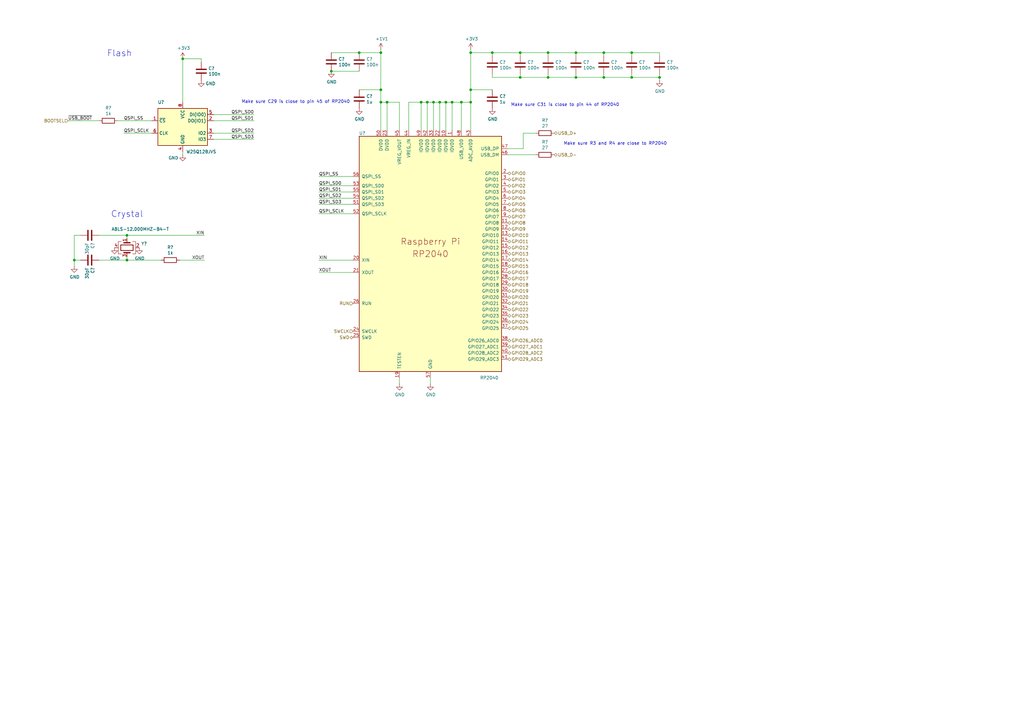
<source format=kicad_sch>
(kicad_sch
	(version 20231120)
	(generator "eeschema")
	(generator_version "8.0")
	(uuid "fc82da03-a860-4161-8e67-f93b53883806")
	(paper "A3")
	(lib_symbols
		(symbol "Device:C"
			(pin_numbers hide)
			(pin_names
				(offset 0.254)
			)
			(exclude_from_sim no)
			(in_bom yes)
			(on_board yes)
			(property "Reference" "C"
				(at 0.635 2.54 0)
				(effects
					(font
						(size 1.27 1.27)
					)
					(justify left)
				)
			)
			(property "Value" "C"
				(at 0.635 -2.54 0)
				(effects
					(font
						(size 1.27 1.27)
					)
					(justify left)
				)
			)
			(property "Footprint" ""
				(at 0.9652 -3.81 0)
				(effects
					(font
						(size 1.27 1.27)
					)
					(hide yes)
				)
			)
			(property "Datasheet" "~"
				(at 0 0 0)
				(effects
					(font
						(size 1.27 1.27)
					)
					(hide yes)
				)
			)
			(property "Description" "Unpolarized capacitor"
				(at 0 0 0)
				(effects
					(font
						(size 1.27 1.27)
					)
					(hide yes)
				)
			)
			(property "ki_keywords" "cap capacitor"
				(at 0 0 0)
				(effects
					(font
						(size 1.27 1.27)
					)
					(hide yes)
				)
			)
			(property "ki_fp_filters" "C_*"
				(at 0 0 0)
				(effects
					(font
						(size 1.27 1.27)
					)
					(hide yes)
				)
			)
			(symbol "C_0_1"
				(polyline
					(pts
						(xy -2.032 -0.762) (xy 2.032 -0.762)
					)
					(stroke
						(width 0.508)
						(type default)
					)
					(fill
						(type none)
					)
				)
				(polyline
					(pts
						(xy -2.032 0.762) (xy 2.032 0.762)
					)
					(stroke
						(width 0.508)
						(type default)
					)
					(fill
						(type none)
					)
				)
			)
			(symbol "C_1_1"
				(pin passive line
					(at 0 3.81 270)
					(length 2.794)
					(name "~"
						(effects
							(font
								(size 1.27 1.27)
							)
						)
					)
					(number "1"
						(effects
							(font
								(size 1.27 1.27)
							)
						)
					)
				)
				(pin passive line
					(at 0 -3.81 90)
					(length 2.794)
					(name "~"
						(effects
							(font
								(size 1.27 1.27)
							)
						)
					)
					(number "2"
						(effects
							(font
								(size 1.27 1.27)
							)
						)
					)
				)
			)
		)
		(symbol "Device:Crystal_GND24"
			(pin_names
				(offset 1.016) hide)
			(exclude_from_sim no)
			(in_bom yes)
			(on_board yes)
			(property "Reference" "Y"
				(at 3.175 5.08 0)
				(effects
					(font
						(size 1.27 1.27)
					)
					(justify left)
				)
			)
			(property "Value" "Crystal_GND24"
				(at 3.175 3.175 0)
				(effects
					(font
						(size 1.27 1.27)
					)
					(justify left)
				)
			)
			(property "Footprint" ""
				(at 0 0 0)
				(effects
					(font
						(size 1.27 1.27)
					)
					(hide yes)
				)
			)
			(property "Datasheet" "~"
				(at 0 0 0)
				(effects
					(font
						(size 1.27 1.27)
					)
					(hide yes)
				)
			)
			(property "Description" "Four pin crystal, GND on pins 2 and 4"
				(at 0 0 0)
				(effects
					(font
						(size 1.27 1.27)
					)
					(hide yes)
				)
			)
			(property "ki_keywords" "quartz ceramic resonator oscillator"
				(at 0 0 0)
				(effects
					(font
						(size 1.27 1.27)
					)
					(hide yes)
				)
			)
			(property "ki_fp_filters" "Crystal*"
				(at 0 0 0)
				(effects
					(font
						(size 1.27 1.27)
					)
					(hide yes)
				)
			)
			(symbol "Crystal_GND24_0_1"
				(rectangle
					(start -1.143 2.54)
					(end 1.143 -2.54)
					(stroke
						(width 0.3048)
						(type default)
					)
					(fill
						(type none)
					)
				)
				(polyline
					(pts
						(xy -2.54 0) (xy -2.032 0)
					)
					(stroke
						(width 0)
						(type default)
					)
					(fill
						(type none)
					)
				)
				(polyline
					(pts
						(xy -2.032 -1.27) (xy -2.032 1.27)
					)
					(stroke
						(width 0.508)
						(type default)
					)
					(fill
						(type none)
					)
				)
				(polyline
					(pts
						(xy 0 -3.81) (xy 0 -3.556)
					)
					(stroke
						(width 0)
						(type default)
					)
					(fill
						(type none)
					)
				)
				(polyline
					(pts
						(xy 0 3.556) (xy 0 3.81)
					)
					(stroke
						(width 0)
						(type default)
					)
					(fill
						(type none)
					)
				)
				(polyline
					(pts
						(xy 2.032 -1.27) (xy 2.032 1.27)
					)
					(stroke
						(width 0.508)
						(type default)
					)
					(fill
						(type none)
					)
				)
				(polyline
					(pts
						(xy 2.032 0) (xy 2.54 0)
					)
					(stroke
						(width 0)
						(type default)
					)
					(fill
						(type none)
					)
				)
				(polyline
					(pts
						(xy -2.54 -2.286) (xy -2.54 -3.556) (xy 2.54 -3.556) (xy 2.54 -2.286)
					)
					(stroke
						(width 0)
						(type default)
					)
					(fill
						(type none)
					)
				)
				(polyline
					(pts
						(xy -2.54 2.286) (xy -2.54 3.556) (xy 2.54 3.556) (xy 2.54 2.286)
					)
					(stroke
						(width 0)
						(type default)
					)
					(fill
						(type none)
					)
				)
			)
			(symbol "Crystal_GND24_1_1"
				(pin passive line
					(at -3.81 0 0)
					(length 1.27)
					(name "1"
						(effects
							(font
								(size 1.27 1.27)
							)
						)
					)
					(number "1"
						(effects
							(font
								(size 1.27 1.27)
							)
						)
					)
				)
				(pin passive line
					(at 0 5.08 270)
					(length 1.27)
					(name "2"
						(effects
							(font
								(size 1.27 1.27)
							)
						)
					)
					(number "2"
						(effects
							(font
								(size 1.27 1.27)
							)
						)
					)
				)
				(pin passive line
					(at 3.81 0 180)
					(length 1.27)
					(name "3"
						(effects
							(font
								(size 1.27 1.27)
							)
						)
					)
					(number "3"
						(effects
							(font
								(size 1.27 1.27)
							)
						)
					)
				)
				(pin passive line
					(at 0 -5.08 90)
					(length 1.27)
					(name "4"
						(effects
							(font
								(size 1.27 1.27)
							)
						)
					)
					(number "4"
						(effects
							(font
								(size 1.27 1.27)
							)
						)
					)
				)
			)
		)
		(symbol "Device:R"
			(pin_numbers hide)
			(pin_names
				(offset 0)
			)
			(exclude_from_sim no)
			(in_bom yes)
			(on_board yes)
			(property "Reference" "R"
				(at 2.032 0 90)
				(effects
					(font
						(size 1.27 1.27)
					)
				)
			)
			(property "Value" "R"
				(at 0 0 90)
				(effects
					(font
						(size 1.27 1.27)
					)
				)
			)
			(property "Footprint" ""
				(at -1.778 0 90)
				(effects
					(font
						(size 1.27 1.27)
					)
					(hide yes)
				)
			)
			(property "Datasheet" "~"
				(at 0 0 0)
				(effects
					(font
						(size 1.27 1.27)
					)
					(hide yes)
				)
			)
			(property "Description" "Resistor"
				(at 0 0 0)
				(effects
					(font
						(size 1.27 1.27)
					)
					(hide yes)
				)
			)
			(property "ki_keywords" "R res resistor"
				(at 0 0 0)
				(effects
					(font
						(size 1.27 1.27)
					)
					(hide yes)
				)
			)
			(property "ki_fp_filters" "R_*"
				(at 0 0 0)
				(effects
					(font
						(size 1.27 1.27)
					)
					(hide yes)
				)
			)
			(symbol "R_0_1"
				(rectangle
					(start -1.016 -2.54)
					(end 1.016 2.54)
					(stroke
						(width 0.254)
						(type default)
					)
					(fill
						(type none)
					)
				)
			)
			(symbol "R_1_1"
				(pin passive line
					(at 0 3.81 270)
					(length 1.27)
					(name "~"
						(effects
							(font
								(size 1.27 1.27)
							)
						)
					)
					(number "1"
						(effects
							(font
								(size 1.27 1.27)
							)
						)
					)
				)
				(pin passive line
					(at 0 -3.81 90)
					(length 1.27)
					(name "~"
						(effects
							(font
								(size 1.27 1.27)
							)
						)
					)
					(number "2"
						(effects
							(font
								(size 1.27 1.27)
							)
						)
					)
				)
			)
		)
		(symbol "MCU_RaspberryPi_RP2040:RP2040"
			(pin_names
				(offset 1.016)
			)
			(exclude_from_sim no)
			(in_bom yes)
			(on_board yes)
			(property "Reference" "U"
				(at -29.21 49.53 0)
				(effects
					(font
						(size 1.27 1.27)
					)
				)
			)
			(property "Value" "RP2040"
				(at 24.13 -49.53 0)
				(effects
					(font
						(size 1.27 1.27)
					)
				)
			)
			(property "Footprint" "RP2040_minimal:RP2040-QFN-56"
				(at -19.05 0 0)
				(effects
					(font
						(size 1.27 1.27)
					)
					(hide yes)
				)
			)
			(property "Datasheet" ""
				(at -19.05 0 0)
				(effects
					(font
						(size 1.27 1.27)
					)
					(hide yes)
				)
			)
			(property "Description" ""
				(at 0 0 0)
				(effects
					(font
						(size 1.27 1.27)
					)
					(hide yes)
				)
			)
			(symbol "RP2040_0_0"
				(text "Raspberry Pi"
					(at 0 5.08 0)
					(effects
						(font
							(size 2.54 2.54)
						)
					)
				)
				(text "RP2040"
					(at 0 0 0)
					(effects
						(font
							(size 2.54 2.54)
						)
					)
				)
			)
			(symbol "RP2040_0_1"
				(rectangle
					(start 29.21 48.26)
					(end -29.21 -48.26)
					(stroke
						(width 0.254)
						(type solid)
					)
					(fill
						(type background)
					)
				)
			)
			(symbol "RP2040_1_1"
				(pin power_in line
					(at 8.89 50.8 270)
					(length 2.54)
					(name "IOVDD"
						(effects
							(font
								(size 1.27 1.27)
							)
						)
					)
					(number "1"
						(effects
							(font
								(size 1.27 1.27)
							)
						)
					)
				)
				(pin power_in line
					(at 6.35 50.8 270)
					(length 2.54)
					(name "IOVDD"
						(effects
							(font
								(size 1.27 1.27)
							)
						)
					)
					(number "10"
						(effects
							(font
								(size 1.27 1.27)
							)
						)
					)
				)
				(pin bidirectional line
					(at 31.75 12.7 180)
					(length 2.54)
					(name "GPIO8"
						(effects
							(font
								(size 1.27 1.27)
							)
						)
					)
					(number "11"
						(effects
							(font
								(size 1.27 1.27)
							)
						)
					)
				)
				(pin bidirectional line
					(at 31.75 10.16 180)
					(length 2.54)
					(name "GPIO9"
						(effects
							(font
								(size 1.27 1.27)
							)
						)
					)
					(number "12"
						(effects
							(font
								(size 1.27 1.27)
							)
						)
					)
				)
				(pin bidirectional line
					(at 31.75 7.62 180)
					(length 2.54)
					(name "GPIO10"
						(effects
							(font
								(size 1.27 1.27)
							)
						)
					)
					(number "13"
						(effects
							(font
								(size 1.27 1.27)
							)
						)
					)
				)
				(pin bidirectional line
					(at 31.75 5.08 180)
					(length 2.54)
					(name "GPIO11"
						(effects
							(font
								(size 1.27 1.27)
							)
						)
					)
					(number "14"
						(effects
							(font
								(size 1.27 1.27)
							)
						)
					)
				)
				(pin bidirectional line
					(at 31.75 2.54 180)
					(length 2.54)
					(name "GPIO12"
						(effects
							(font
								(size 1.27 1.27)
							)
						)
					)
					(number "15"
						(effects
							(font
								(size 1.27 1.27)
							)
						)
					)
				)
				(pin bidirectional line
					(at 31.75 0 180)
					(length 2.54)
					(name "GPIO13"
						(effects
							(font
								(size 1.27 1.27)
							)
						)
					)
					(number "16"
						(effects
							(font
								(size 1.27 1.27)
							)
						)
					)
				)
				(pin bidirectional line
					(at 31.75 -2.54 180)
					(length 2.54)
					(name "GPIO14"
						(effects
							(font
								(size 1.27 1.27)
							)
						)
					)
					(number "17"
						(effects
							(font
								(size 1.27 1.27)
							)
						)
					)
				)
				(pin bidirectional line
					(at 31.75 -5.08 180)
					(length 2.54)
					(name "GPIO15"
						(effects
							(font
								(size 1.27 1.27)
							)
						)
					)
					(number "18"
						(effects
							(font
								(size 1.27 1.27)
							)
						)
					)
				)
				(pin passive line
					(at -12.7 -50.8 90)
					(length 2.54)
					(name "TESTEN"
						(effects
							(font
								(size 1.27 1.27)
							)
						)
					)
					(number "19"
						(effects
							(font
								(size 1.27 1.27)
							)
						)
					)
				)
				(pin bidirectional line
					(at 31.75 33.02 180)
					(length 2.54)
					(name "GPIO0"
						(effects
							(font
								(size 1.27 1.27)
							)
						)
					)
					(number "2"
						(effects
							(font
								(size 1.27 1.27)
							)
						)
					)
				)
				(pin input line
					(at -31.75 -2.54 0)
					(length 2.54)
					(name "XIN"
						(effects
							(font
								(size 1.27 1.27)
							)
						)
					)
					(number "20"
						(effects
							(font
								(size 1.27 1.27)
							)
						)
					)
				)
				(pin passive line
					(at -31.75 -7.62 0)
					(length 2.54)
					(name "XOUT"
						(effects
							(font
								(size 1.27 1.27)
							)
						)
					)
					(number "21"
						(effects
							(font
								(size 1.27 1.27)
							)
						)
					)
				)
				(pin power_in line
					(at 3.81 50.8 270)
					(length 2.54)
					(name "IOVDD"
						(effects
							(font
								(size 1.27 1.27)
							)
						)
					)
					(number "22"
						(effects
							(font
								(size 1.27 1.27)
							)
						)
					)
				)
				(pin power_in line
					(at -17.78 50.8 270)
					(length 2.54)
					(name "DVDD"
						(effects
							(font
								(size 1.27 1.27)
							)
						)
					)
					(number "23"
						(effects
							(font
								(size 1.27 1.27)
							)
						)
					)
				)
				(pin output line
					(at -31.75 -31.75 0)
					(length 2.54)
					(name "SWCLK"
						(effects
							(font
								(size 1.27 1.27)
							)
						)
					)
					(number "24"
						(effects
							(font
								(size 1.27 1.27)
							)
						)
					)
				)
				(pin bidirectional line
					(at -31.75 -34.29 0)
					(length 2.54)
					(name "SWD"
						(effects
							(font
								(size 1.27 1.27)
							)
						)
					)
					(number "25"
						(effects
							(font
								(size 1.27 1.27)
							)
						)
					)
				)
				(pin input line
					(at -31.75 -20.32 0)
					(length 2.54)
					(name "RUN"
						(effects
							(font
								(size 1.27 1.27)
							)
						)
					)
					(number "26"
						(effects
							(font
								(size 1.27 1.27)
							)
						)
					)
				)
				(pin bidirectional line
					(at 31.75 -7.62 180)
					(length 2.54)
					(name "GPIO16"
						(effects
							(font
								(size 1.27 1.27)
							)
						)
					)
					(number "27"
						(effects
							(font
								(size 1.27 1.27)
							)
						)
					)
				)
				(pin bidirectional line
					(at 31.75 -10.16 180)
					(length 2.54)
					(name "GPIO17"
						(effects
							(font
								(size 1.27 1.27)
							)
						)
					)
					(number "28"
						(effects
							(font
								(size 1.27 1.27)
							)
						)
					)
				)
				(pin bidirectional line
					(at 31.75 -12.7 180)
					(length 2.54)
					(name "GPIO18"
						(effects
							(font
								(size 1.27 1.27)
							)
						)
					)
					(number "29"
						(effects
							(font
								(size 1.27 1.27)
							)
						)
					)
				)
				(pin bidirectional line
					(at 31.75 30.48 180)
					(length 2.54)
					(name "GPIO1"
						(effects
							(font
								(size 1.27 1.27)
							)
						)
					)
					(number "3"
						(effects
							(font
								(size 1.27 1.27)
							)
						)
					)
				)
				(pin bidirectional line
					(at 31.75 -15.24 180)
					(length 2.54)
					(name "GPIO19"
						(effects
							(font
								(size 1.27 1.27)
							)
						)
					)
					(number "30"
						(effects
							(font
								(size 1.27 1.27)
							)
						)
					)
				)
				(pin bidirectional line
					(at 31.75 -17.78 180)
					(length 2.54)
					(name "GPIO20"
						(effects
							(font
								(size 1.27 1.27)
							)
						)
					)
					(number "31"
						(effects
							(font
								(size 1.27 1.27)
							)
						)
					)
				)
				(pin bidirectional line
					(at 31.75 -20.32 180)
					(length 2.54)
					(name "GPIO21"
						(effects
							(font
								(size 1.27 1.27)
							)
						)
					)
					(number "32"
						(effects
							(font
								(size 1.27 1.27)
							)
						)
					)
				)
				(pin power_in line
					(at 1.27 50.8 270)
					(length 2.54)
					(name "IOVDD"
						(effects
							(font
								(size 1.27 1.27)
							)
						)
					)
					(number "33"
						(effects
							(font
								(size 1.27 1.27)
							)
						)
					)
				)
				(pin bidirectional line
					(at 31.75 -22.86 180)
					(length 2.54)
					(name "GPIO22"
						(effects
							(font
								(size 1.27 1.27)
							)
						)
					)
					(number "34"
						(effects
							(font
								(size 1.27 1.27)
							)
						)
					)
				)
				(pin bidirectional line
					(at 31.75 -25.4 180)
					(length 2.54)
					(name "GPIO23"
						(effects
							(font
								(size 1.27 1.27)
							)
						)
					)
					(number "35"
						(effects
							(font
								(size 1.27 1.27)
							)
						)
					)
				)
				(pin bidirectional line
					(at 31.75 -27.94 180)
					(length 2.54)
					(name "GPIO24"
						(effects
							(font
								(size 1.27 1.27)
							)
						)
					)
					(number "36"
						(effects
							(font
								(size 1.27 1.27)
							)
						)
					)
				)
				(pin bidirectional line
					(at 31.75 -30.48 180)
					(length 2.54)
					(name "GPIO25"
						(effects
							(font
								(size 1.27 1.27)
							)
						)
					)
					(number "37"
						(effects
							(font
								(size 1.27 1.27)
							)
						)
					)
				)
				(pin bidirectional line
					(at 31.75 -35.56 180)
					(length 2.54)
					(name "GPIO26_ADC0"
						(effects
							(font
								(size 1.27 1.27)
							)
						)
					)
					(number "38"
						(effects
							(font
								(size 1.27 1.27)
							)
						)
					)
				)
				(pin bidirectional line
					(at 31.75 -38.1 180)
					(length 2.54)
					(name "GPIO27_ADC1"
						(effects
							(font
								(size 1.27 1.27)
							)
						)
					)
					(number "39"
						(effects
							(font
								(size 1.27 1.27)
							)
						)
					)
				)
				(pin bidirectional line
					(at 31.75 27.94 180)
					(length 2.54)
					(name "GPIO2"
						(effects
							(font
								(size 1.27 1.27)
							)
						)
					)
					(number "4"
						(effects
							(font
								(size 1.27 1.27)
							)
						)
					)
				)
				(pin bidirectional line
					(at 31.75 -40.64 180)
					(length 2.54)
					(name "GPIO28_ADC2"
						(effects
							(font
								(size 1.27 1.27)
							)
						)
					)
					(number "40"
						(effects
							(font
								(size 1.27 1.27)
							)
						)
					)
				)
				(pin bidirectional line
					(at 31.75 -43.18 180)
					(length 2.54)
					(name "GPIO29_ADC3"
						(effects
							(font
								(size 1.27 1.27)
							)
						)
					)
					(number "41"
						(effects
							(font
								(size 1.27 1.27)
							)
						)
					)
				)
				(pin power_in line
					(at -1.27 50.8 270)
					(length 2.54)
					(name "IOVDD"
						(effects
							(font
								(size 1.27 1.27)
							)
						)
					)
					(number "42"
						(effects
							(font
								(size 1.27 1.27)
							)
						)
					)
				)
				(pin power_in line
					(at 16.51 50.8 270)
					(length 2.54)
					(name "ADC_AVDD"
						(effects
							(font
								(size 1.27 1.27)
							)
						)
					)
					(number "43"
						(effects
							(font
								(size 1.27 1.27)
							)
						)
					)
				)
				(pin power_in line
					(at -8.89 50.8 270)
					(length 2.54)
					(name "VREG_IN"
						(effects
							(font
								(size 1.27 1.27)
							)
						)
					)
					(number "44"
						(effects
							(font
								(size 1.27 1.27)
							)
						)
					)
				)
				(pin power_out line
					(at -12.7 50.8 270)
					(length 2.54)
					(name "VREG_VOUT"
						(effects
							(font
								(size 1.27 1.27)
							)
						)
					)
					(number "45"
						(effects
							(font
								(size 1.27 1.27)
							)
						)
					)
				)
				(pin bidirectional line
					(at 31.75 40.64 180)
					(length 2.54)
					(name "USB_DM"
						(effects
							(font
								(size 1.27 1.27)
							)
						)
					)
					(number "46"
						(effects
							(font
								(size 1.27 1.27)
							)
						)
					)
				)
				(pin bidirectional line
					(at 31.75 43.18 180)
					(length 2.54)
					(name "USB_DP"
						(effects
							(font
								(size 1.27 1.27)
							)
						)
					)
					(number "47"
						(effects
							(font
								(size 1.27 1.27)
							)
						)
					)
				)
				(pin power_in line
					(at 12.7 50.8 270)
					(length 2.54)
					(name "USB_VDD"
						(effects
							(font
								(size 1.27 1.27)
							)
						)
					)
					(number "48"
						(effects
							(font
								(size 1.27 1.27)
							)
						)
					)
				)
				(pin power_in line
					(at -3.81 50.8 270)
					(length 2.54)
					(name "IOVDD"
						(effects
							(font
								(size 1.27 1.27)
							)
						)
					)
					(number "49"
						(effects
							(font
								(size 1.27 1.27)
							)
						)
					)
				)
				(pin bidirectional line
					(at 31.75 25.4 180)
					(length 2.54)
					(name "GPIO3"
						(effects
							(font
								(size 1.27 1.27)
							)
						)
					)
					(number "5"
						(effects
							(font
								(size 1.27 1.27)
							)
						)
					)
				)
				(pin power_in line
					(at -20.32 50.8 270)
					(length 2.54)
					(name "DVDD"
						(effects
							(font
								(size 1.27 1.27)
							)
						)
					)
					(number "50"
						(effects
							(font
								(size 1.27 1.27)
							)
						)
					)
				)
				(pin bidirectional line
					(at -31.75 20.32 0)
					(length 2.54)
					(name "QSPI_SD3"
						(effects
							(font
								(size 1.27 1.27)
							)
						)
					)
					(number "51"
						(effects
							(font
								(size 1.27 1.27)
							)
						)
					)
				)
				(pin output line
					(at -31.75 16.51 0)
					(length 2.54)
					(name "QSPI_SCLK"
						(effects
							(font
								(size 1.27 1.27)
							)
						)
					)
					(number "52"
						(effects
							(font
								(size 1.27 1.27)
							)
						)
					)
				)
				(pin bidirectional line
					(at -31.75 27.94 0)
					(length 2.54)
					(name "QSPI_SD0"
						(effects
							(font
								(size 1.27 1.27)
							)
						)
					)
					(number "53"
						(effects
							(font
								(size 1.27 1.27)
							)
						)
					)
				)
				(pin bidirectional line
					(at -31.75 22.86 0)
					(length 2.54)
					(name "QSPI_SD2"
						(effects
							(font
								(size 1.27 1.27)
							)
						)
					)
					(number "54"
						(effects
							(font
								(size 1.27 1.27)
							)
						)
					)
				)
				(pin bidirectional line
					(at -31.75 25.4 0)
					(length 2.54)
					(name "QSPI_SD1"
						(effects
							(font
								(size 1.27 1.27)
							)
						)
					)
					(number "55"
						(effects
							(font
								(size 1.27 1.27)
							)
						)
					)
				)
				(pin bidirectional line
					(at -31.75 31.75 0)
					(length 2.54)
					(name "QSPI_SS"
						(effects
							(font
								(size 1.27 1.27)
							)
						)
					)
					(number "56"
						(effects
							(font
								(size 1.27 1.27)
							)
						)
					)
				)
				(pin power_in line
					(at 0 -50.8 90)
					(length 2.54)
					(name "GND"
						(effects
							(font
								(size 1.27 1.27)
							)
						)
					)
					(number "57"
						(effects
							(font
								(size 1.27 1.27)
							)
						)
					)
				)
				(pin bidirectional line
					(at 31.75 22.86 180)
					(length 2.54)
					(name "GPIO4"
						(effects
							(font
								(size 1.27 1.27)
							)
						)
					)
					(number "6"
						(effects
							(font
								(size 1.27 1.27)
							)
						)
					)
				)
				(pin bidirectional line
					(at 31.75 20.32 180)
					(length 2.54)
					(name "GPIO5"
						(effects
							(font
								(size 1.27 1.27)
							)
						)
					)
					(number "7"
						(effects
							(font
								(size 1.27 1.27)
							)
						)
					)
				)
				(pin bidirectional line
					(at 31.75 17.78 180)
					(length 2.54)
					(name "GPIO6"
						(effects
							(font
								(size 1.27 1.27)
							)
						)
					)
					(number "8"
						(effects
							(font
								(size 1.27 1.27)
							)
						)
					)
				)
				(pin bidirectional line
					(at 31.75 15.24 180)
					(length 2.54)
					(name "GPIO7"
						(effects
							(font
								(size 1.27 1.27)
							)
						)
					)
					(number "9"
						(effects
							(font
								(size 1.27 1.27)
							)
						)
					)
				)
			)
		)
		(symbol "RP2040_minimal-rescue:W25Q128JVS-Memory_Flash"
			(exclude_from_sim no)
			(in_bom yes)
			(on_board yes)
			(property "Reference" "U"
				(at -8.89 8.89 0)
				(effects
					(font
						(size 1.27 1.27)
					)
				)
			)
			(property "Value" "Memory_Flash_W25Q128JVS"
				(at 7.62 8.89 0)
				(effects
					(font
						(size 1.27 1.27)
					)
				)
			)
			(property "Footprint" "Package_SO:SOIC-8_5.23x5.23mm_P1.27mm"
				(at 0 0 0)
				(effects
					(font
						(size 1.27 1.27)
					)
					(hide yes)
				)
			)
			(property "Datasheet" ""
				(at 0 0 0)
				(effects
					(font
						(size 1.27 1.27)
					)
					(hide yes)
				)
			)
			(property "Description" ""
				(at 0 0 0)
				(effects
					(font
						(size 1.27 1.27)
					)
					(hide yes)
				)
			)
			(property "ki_fp_filters" "SOIC*5.23x5.23mm*P1.27mm*"
				(at 0 0 0)
				(effects
					(font
						(size 1.27 1.27)
					)
					(hide yes)
				)
			)
			(symbol "W25Q128JVS-Memory_Flash_0_1"
				(rectangle
					(start -10.16 7.62)
					(end 10.16 -7.62)
					(stroke
						(width 0.254)
						(type solid)
					)
					(fill
						(type background)
					)
				)
			)
			(symbol "W25Q128JVS-Memory_Flash_1_1"
				(pin input line
					(at -12.7 2.54 0)
					(length 2.54)
					(name "~{CS}"
						(effects
							(font
								(size 1.27 1.27)
							)
						)
					)
					(number "1"
						(effects
							(font
								(size 1.27 1.27)
							)
						)
					)
				)
				(pin bidirectional line
					(at 12.7 2.54 180)
					(length 2.54)
					(name "DO(IO1)"
						(effects
							(font
								(size 1.27 1.27)
							)
						)
					)
					(number "2"
						(effects
							(font
								(size 1.27 1.27)
							)
						)
					)
				)
				(pin bidirectional line
					(at 12.7 -2.54 180)
					(length 2.54)
					(name "IO2"
						(effects
							(font
								(size 1.27 1.27)
							)
						)
					)
					(number "3"
						(effects
							(font
								(size 1.27 1.27)
							)
						)
					)
				)
				(pin power_in line
					(at 0 -10.16 90)
					(length 2.54)
					(name "GND"
						(effects
							(font
								(size 1.27 1.27)
							)
						)
					)
					(number "4"
						(effects
							(font
								(size 1.27 1.27)
							)
						)
					)
				)
				(pin bidirectional line
					(at 12.7 5.08 180)
					(length 2.54)
					(name "DI(IO0)"
						(effects
							(font
								(size 1.27 1.27)
							)
						)
					)
					(number "5"
						(effects
							(font
								(size 1.27 1.27)
							)
						)
					)
				)
				(pin input line
					(at -12.7 -2.54 0)
					(length 2.54)
					(name "CLK"
						(effects
							(font
								(size 1.27 1.27)
							)
						)
					)
					(number "6"
						(effects
							(font
								(size 1.27 1.27)
							)
						)
					)
				)
				(pin bidirectional line
					(at 12.7 -5.08 180)
					(length 2.54)
					(name "IO3"
						(effects
							(font
								(size 1.27 1.27)
							)
						)
					)
					(number "7"
						(effects
							(font
								(size 1.27 1.27)
							)
						)
					)
				)
				(pin power_in line
					(at 0 10.16 270)
					(length 2.54)
					(name "VCC"
						(effects
							(font
								(size 1.27 1.27)
							)
						)
					)
					(number "8"
						(effects
							(font
								(size 1.27 1.27)
							)
						)
					)
				)
			)
		)
		(symbol "power:+1V1"
			(power)
			(pin_numbers hide)
			(pin_names
				(offset 0) hide)
			(exclude_from_sim no)
			(in_bom yes)
			(on_board yes)
			(property "Reference" "#PWR"
				(at 0 -3.81 0)
				(effects
					(font
						(size 1.27 1.27)
					)
					(hide yes)
				)
			)
			(property "Value" "+1V1"
				(at 0 3.556 0)
				(effects
					(font
						(size 1.27 1.27)
					)
				)
			)
			(property "Footprint" ""
				(at 0 0 0)
				(effects
					(font
						(size 1.27 1.27)
					)
					(hide yes)
				)
			)
			(property "Datasheet" ""
				(at 0 0 0)
				(effects
					(font
						(size 1.27 1.27)
					)
					(hide yes)
				)
			)
			(property "Description" "Power symbol creates a global label with name \"+1V1\""
				(at 0 0 0)
				(effects
					(font
						(size 1.27 1.27)
					)
					(hide yes)
				)
			)
			(property "ki_keywords" "global power"
				(at 0 0 0)
				(effects
					(font
						(size 1.27 1.27)
					)
					(hide yes)
				)
			)
			(symbol "+1V1_0_1"
				(polyline
					(pts
						(xy -0.762 1.27) (xy 0 2.54)
					)
					(stroke
						(width 0)
						(type default)
					)
					(fill
						(type none)
					)
				)
				(polyline
					(pts
						(xy 0 0) (xy 0 2.54)
					)
					(stroke
						(width 0)
						(type default)
					)
					(fill
						(type none)
					)
				)
				(polyline
					(pts
						(xy 0 2.54) (xy 0.762 1.27)
					)
					(stroke
						(width 0)
						(type default)
					)
					(fill
						(type none)
					)
				)
			)
			(symbol "+1V1_1_1"
				(pin power_in line
					(at 0 0 90)
					(length 0)
					(name "~"
						(effects
							(font
								(size 1.27 1.27)
							)
						)
					)
					(number "1"
						(effects
							(font
								(size 1.27 1.27)
							)
						)
					)
				)
			)
		)
		(symbol "power:+3V3"
			(power)
			(pin_numbers hide)
			(pin_names
				(offset 0) hide)
			(exclude_from_sim no)
			(in_bom yes)
			(on_board yes)
			(property "Reference" "#PWR"
				(at 0 -3.81 0)
				(effects
					(font
						(size 1.27 1.27)
					)
					(hide yes)
				)
			)
			(property "Value" "+3V3"
				(at 0 3.556 0)
				(effects
					(font
						(size 1.27 1.27)
					)
				)
			)
			(property "Footprint" ""
				(at 0 0 0)
				(effects
					(font
						(size 1.27 1.27)
					)
					(hide yes)
				)
			)
			(property "Datasheet" ""
				(at 0 0 0)
				(effects
					(font
						(size 1.27 1.27)
					)
					(hide yes)
				)
			)
			(property "Description" "Power symbol creates a global label with name \"+3V3\""
				(at 0 0 0)
				(effects
					(font
						(size 1.27 1.27)
					)
					(hide yes)
				)
			)
			(property "ki_keywords" "global power"
				(at 0 0 0)
				(effects
					(font
						(size 1.27 1.27)
					)
					(hide yes)
				)
			)
			(symbol "+3V3_0_1"
				(polyline
					(pts
						(xy -0.762 1.27) (xy 0 2.54)
					)
					(stroke
						(width 0)
						(type default)
					)
					(fill
						(type none)
					)
				)
				(polyline
					(pts
						(xy 0 0) (xy 0 2.54)
					)
					(stroke
						(width 0)
						(type default)
					)
					(fill
						(type none)
					)
				)
				(polyline
					(pts
						(xy 0 2.54) (xy 0.762 1.27)
					)
					(stroke
						(width 0)
						(type default)
					)
					(fill
						(type none)
					)
				)
			)
			(symbol "+3V3_1_1"
				(pin power_in line
					(at 0 0 90)
					(length 0)
					(name "~"
						(effects
							(font
								(size 1.27 1.27)
							)
						)
					)
					(number "1"
						(effects
							(font
								(size 1.27 1.27)
							)
						)
					)
				)
			)
		)
		(symbol "power:GND"
			(power)
			(pin_numbers hide)
			(pin_names
				(offset 0) hide)
			(exclude_from_sim no)
			(in_bom yes)
			(on_board yes)
			(property "Reference" "#PWR"
				(at 0 -6.35 0)
				(effects
					(font
						(size 1.27 1.27)
					)
					(hide yes)
				)
			)
			(property "Value" "GND"
				(at 0 -3.81 0)
				(effects
					(font
						(size 1.27 1.27)
					)
				)
			)
			(property "Footprint" ""
				(at 0 0 0)
				(effects
					(font
						(size 1.27 1.27)
					)
					(hide yes)
				)
			)
			(property "Datasheet" ""
				(at 0 0 0)
				(effects
					(font
						(size 1.27 1.27)
					)
					(hide yes)
				)
			)
			(property "Description" "Power symbol creates a global label with name \"GND\" , ground"
				(at 0 0 0)
				(effects
					(font
						(size 1.27 1.27)
					)
					(hide yes)
				)
			)
			(property "ki_keywords" "global power"
				(at 0 0 0)
				(effects
					(font
						(size 1.27 1.27)
					)
					(hide yes)
				)
			)
			(symbol "GND_0_1"
				(polyline
					(pts
						(xy 0 0) (xy 0 -1.27) (xy 1.27 -1.27) (xy 0 -2.54) (xy -1.27 -1.27) (xy 0 -1.27)
					)
					(stroke
						(width 0)
						(type default)
					)
					(fill
						(type none)
					)
				)
			)
			(symbol "GND_1_1"
				(pin power_in line
					(at 0 0 270)
					(length 0)
					(name "~"
						(effects
							(font
								(size 1.27 1.27)
							)
						)
					)
					(number "1"
						(effects
							(font
								(size 1.27 1.27)
							)
						)
					)
				)
			)
		)
	)
	(junction
		(at 172.72 41.91)
		(diameter 0)
		(color 0 0 0 0)
		(uuid "0356b595-782c-464c-9851-0d9d4d960578")
	)
	(junction
		(at 147.32 21.59)
		(diameter 0)
		(color 0 0 0 0)
		(uuid "0dc960db-355f-4b0d-af83-d9bc6d2e0b12")
	)
	(junction
		(at 213.36 21.59)
		(diameter 0)
		(color 0 0 0 0)
		(uuid "0df88e4f-ab73-4530-a072-dbbb6807179b")
	)
	(junction
		(at 156.21 21.59)
		(diameter 0)
		(color 0 0 0 0)
		(uuid "177f42da-2580-422c-b509-dae6a9fdf420")
	)
	(junction
		(at 270.51 31.75)
		(diameter 0)
		(color 0 0 0 0)
		(uuid "216843e1-f0b4-4423-8683-6e33dd3b4652")
	)
	(junction
		(at 177.8 41.91)
		(diameter 0)
		(color 0 0 0 0)
		(uuid "23e0f39f-84ec-4a73-8c77-b6c8b6c3f9d9")
	)
	(junction
		(at 236.22 31.75)
		(diameter 0)
		(color 0 0 0 0)
		(uuid "30e6910a-42e3-49d6-a24e-dd22dada393a")
	)
	(junction
		(at 193.04 41.91)
		(diameter 0)
		(color 0 0 0 0)
		(uuid "3ee4592b-cf1e-4b56-89af-7d162d2c2fe9")
	)
	(junction
		(at 158.75 41.91)
		(diameter 0)
		(color 0 0 0 0)
		(uuid "4c6ef7c3-c8d8-4082-a223-97e340bae65b")
	)
	(junction
		(at 224.79 31.75)
		(diameter 0)
		(color 0 0 0 0)
		(uuid "5fb9c93d-c3cf-46d7-ba0a-40f22bf617c7")
	)
	(junction
		(at 247.65 31.75)
		(diameter 0)
		(color 0 0 0 0)
		(uuid "5ff91b5a-3e6b-4b83-8037-d09baf537652")
	)
	(junction
		(at 175.26 41.91)
		(diameter 0)
		(color 0 0 0 0)
		(uuid "65482d68-6d66-4d62-9cb0-58b87bf50673")
	)
	(junction
		(at 193.04 36.83)
		(diameter 0)
		(color 0 0 0 0)
		(uuid "6983917e-8f20-4971-805d-0d651f14cee1")
	)
	(junction
		(at 189.23 41.91)
		(diameter 0)
		(color 0 0 0 0)
		(uuid "6992ba91-64ff-4ac3-838f-277482964bbb")
	)
	(junction
		(at 74.93 24.13)
		(diameter 0)
		(color 0 0 0 0)
		(uuid "6fc99570-0956-499d-8711-f3fe46b140d2")
	)
	(junction
		(at 213.36 31.75)
		(diameter 0)
		(color 0 0 0 0)
		(uuid "74bb3bd3-ac21-4c95-ad17-6f2ebeb595e6")
	)
	(junction
		(at 185.42 41.91)
		(diameter 0)
		(color 0 0 0 0)
		(uuid "7a20e3f0-07b6-4be1-8166-b1df3081e22e")
	)
	(junction
		(at 201.93 21.59)
		(diameter 0)
		(color 0 0 0 0)
		(uuid "8ee22b89-85c5-4430-8b73-20e2c3012c2d")
	)
	(junction
		(at 259.08 21.59)
		(diameter 0)
		(color 0 0 0 0)
		(uuid "91a1d752-7f27-4b0a-942d-b22f3ead0030")
	)
	(junction
		(at 156.21 41.91)
		(diameter 0)
		(color 0 0 0 0)
		(uuid "946c1050-3f70-4580-8765-f40870577f32")
	)
	(junction
		(at 135.89 29.21)
		(diameter 0)
		(color 0 0 0 0)
		(uuid "9566a5fe-d5aa-4875-a153-c8dc5bc8ec44")
	)
	(junction
		(at 30.48 106.68)
		(diameter 0)
		(color 0 0 0 0)
		(uuid "a8b42e72-2dcb-473b-b0c0-bc4fd9ed1d7d")
	)
	(junction
		(at 52.07 96.52)
		(diameter 0)
		(color 0 0 0 0)
		(uuid "b6298edc-a5a4-479f-b850-d6e3083fb250")
	)
	(junction
		(at 182.88 41.91)
		(diameter 0)
		(color 0 0 0 0)
		(uuid "bf6d6948-7b91-4b5d-bf3a-25291ddef3e8")
	)
	(junction
		(at 259.08 31.75)
		(diameter 0)
		(color 0 0 0 0)
		(uuid "c442afb3-3806-45b7-ab97-016c3fe4171e")
	)
	(junction
		(at 180.34 41.91)
		(diameter 0)
		(color 0 0 0 0)
		(uuid "c95de484-d55c-4057-9ba7-1687d597762e")
	)
	(junction
		(at 236.22 21.59)
		(diameter 0)
		(color 0 0 0 0)
		(uuid "db18af08-5283-4210-84d8-df225afd765e")
	)
	(junction
		(at 52.07 106.68)
		(diameter 0)
		(color 0 0 0 0)
		(uuid "e436d991-9bcc-4bc3-9556-5d79a4c02ff4")
	)
	(junction
		(at 156.21 36.83)
		(diameter 0)
		(color 0 0 0 0)
		(uuid "e7848d49-d3e7-4d90-959b-00c5fd046a2e")
	)
	(junction
		(at 247.65 21.59)
		(diameter 0)
		(color 0 0 0 0)
		(uuid "e86a1c63-17b8-4419-bf36-a034273fc0ff")
	)
	(junction
		(at 224.79 21.59)
		(diameter 0)
		(color 0 0 0 0)
		(uuid "f446f52e-eace-40c0-86ec-93a8b9855a88")
	)
	(junction
		(at 193.04 21.59)
		(diameter 0)
		(color 0 0 0 0)
		(uuid "f45e3f7f-98eb-41db-89f1-9f94dee6eeb9")
	)
	(wire
		(pts
			(xy 135.89 21.59) (xy 147.32 21.59)
		)
		(stroke
			(width 0)
			(type default)
		)
		(uuid "009addf1-7eb8-431d-b6ea-eb764b50986c")
	)
	(wire
		(pts
			(xy 208.28 60.96) (xy 214.63 60.96)
		)
		(stroke
			(width 0)
			(type default)
		)
		(uuid "02172336-9dce-4668-b4c1-8cc929a2061e")
	)
	(wire
		(pts
			(xy 144.78 72.39) (xy 130.81 72.39)
		)
		(stroke
			(width 0)
			(type default)
		)
		(uuid "03967094-54a7-4295-8259-5a4bb39f4e46")
	)
	(wire
		(pts
			(xy 163.83 41.91) (xy 158.75 41.91)
		)
		(stroke
			(width 0)
			(type default)
		)
		(uuid "07d0fec1-2709-4407-ac05-4206dcf40ba9")
	)
	(wire
		(pts
			(xy 144.78 87.63) (xy 130.81 87.63)
		)
		(stroke
			(width 0)
			(type default)
		)
		(uuid "0a0c7e46-73a5-4abb-9ea8-0297511c84f5")
	)
	(wire
		(pts
			(xy 40.64 96.52) (xy 52.07 96.52)
		)
		(stroke
			(width 0)
			(type default)
		)
		(uuid "128e0770-742b-4f98-9f0a-d7fd636cbc47")
	)
	(wire
		(pts
			(xy 201.93 30.48) (xy 201.93 31.75)
		)
		(stroke
			(width 0)
			(type default)
		)
		(uuid "143a1246-af50-4afc-8d20-5eb133b7dfd3")
	)
	(wire
		(pts
			(xy 130.81 76.2) (xy 144.78 76.2)
		)
		(stroke
			(width 0)
			(type default)
		)
		(uuid "1784a8e0-b197-4cf0-9127-5b344ade2f7c")
	)
	(wire
		(pts
			(xy 224.79 31.75) (xy 213.36 31.75)
		)
		(stroke
			(width 0)
			(type default)
		)
		(uuid "1c3f2d3a-ae0e-48fc-88cb-2896002696d5")
	)
	(wire
		(pts
			(xy 176.53 154.94) (xy 176.53 157.48)
		)
		(stroke
			(width 0)
			(type default)
		)
		(uuid "20fe1e92-0cc4-49a9-8381-9718b836c700")
	)
	(wire
		(pts
			(xy 82.55 24.13) (xy 74.93 24.13)
		)
		(stroke
			(width 0)
			(type default)
		)
		(uuid "227fcca9-1d3d-4341-968a-6351904bcbd4")
	)
	(wire
		(pts
			(xy 33.02 106.68) (xy 30.48 106.68)
		)
		(stroke
			(width 0)
			(type default)
		)
		(uuid "259f1353-0cad-4d3b-ab0a-736d99c947a3")
	)
	(wire
		(pts
			(xy 130.81 78.74) (xy 144.78 78.74)
		)
		(stroke
			(width 0)
			(type default)
		)
		(uuid "29dfc712-7603-426c-8d01-569f3f5c5f1d")
	)
	(wire
		(pts
			(xy 189.23 41.91) (xy 193.04 41.91)
		)
		(stroke
			(width 0)
			(type default)
		)
		(uuid "2f7adc45-cfc7-400a-970b-d96c0fe0d18a")
	)
	(wire
		(pts
			(xy 30.48 106.68) (xy 30.48 109.22)
		)
		(stroke
			(width 0)
			(type default)
		)
		(uuid "34068fc6-0428-493f-addd-50505b24086c")
	)
	(wire
		(pts
			(xy 52.07 97.79) (xy 52.07 96.52)
		)
		(stroke
			(width 0)
			(type default)
		)
		(uuid "352beaf7-c97c-4bbc-99e6-8e8af99be8f6")
	)
	(wire
		(pts
			(xy 270.51 30.48) (xy 270.51 31.75)
		)
		(stroke
			(width 0)
			(type default)
		)
		(uuid "39e4ec57-10ec-4a56-aa8c-f3193fab44e7")
	)
	(wire
		(pts
			(xy 247.65 21.59) (xy 259.08 21.59)
		)
		(stroke
			(width 0)
			(type default)
		)
		(uuid "3d2e754a-053e-441a-8ac0-2413a3b3bd9a")
	)
	(wire
		(pts
			(xy 177.8 41.91) (xy 180.34 41.91)
		)
		(stroke
			(width 0)
			(type default)
		)
		(uuid "3dde30e3-e5f8-461f-bace-288e42bc169b")
	)
	(wire
		(pts
			(xy 214.63 54.61) (xy 219.71 54.61)
		)
		(stroke
			(width 0)
			(type default)
		)
		(uuid "3dfcdc6b-6a0c-4c36-884a-0a0331445849")
	)
	(wire
		(pts
			(xy 180.34 41.91) (xy 182.88 41.91)
		)
		(stroke
			(width 0)
			(type default)
		)
		(uuid "3ffaac5e-2888-4304-afe5-e393d7fab767")
	)
	(wire
		(pts
			(xy 167.64 41.91) (xy 172.72 41.91)
		)
		(stroke
			(width 0)
			(type default)
		)
		(uuid "41633694-dee5-4b32-ab69-94eb58b0964f")
	)
	(wire
		(pts
			(xy 224.79 22.86) (xy 224.79 21.59)
		)
		(stroke
			(width 0)
			(type default)
		)
		(uuid "4249a36a-3d40-4a33-adae-303f50e12339")
	)
	(wire
		(pts
			(xy 180.34 53.34) (xy 180.34 41.91)
		)
		(stroke
			(width 0)
			(type default)
		)
		(uuid "43a51d86-a909-4a62-ab6d-79365467ab74")
	)
	(wire
		(pts
			(xy 163.83 154.94) (xy 163.83 157.48)
		)
		(stroke
			(width 0)
			(type default)
		)
		(uuid "44824f6a-d6ef-41ef-bfed-1d26ec28ab44")
	)
	(wire
		(pts
			(xy 236.22 31.75) (xy 224.79 31.75)
		)
		(stroke
			(width 0)
			(type default)
		)
		(uuid "46b0c764-c81f-4895-8969-b538bdade072")
	)
	(wire
		(pts
			(xy 213.36 31.75) (xy 201.93 31.75)
		)
		(stroke
			(width 0)
			(type default)
		)
		(uuid "4e223d98-d6eb-4da0-a152-e66bc1c64f04")
	)
	(wire
		(pts
			(xy 213.36 22.86) (xy 213.36 21.59)
		)
		(stroke
			(width 0)
			(type default)
		)
		(uuid "59da2047-1052-4c1d-b386-878822ee03ab")
	)
	(wire
		(pts
			(xy 74.93 62.23) (xy 74.93 63.5)
		)
		(stroke
			(width 0)
			(type default)
		)
		(uuid "59e8ddd1-fcbf-4c31-b1b5-69d801ceb81f")
	)
	(wire
		(pts
			(xy 172.72 53.34) (xy 172.72 41.91)
		)
		(stroke
			(width 0)
			(type default)
		)
		(uuid "5bc8fa20-8932-4811-b056-10890796a275")
	)
	(wire
		(pts
			(xy 156.21 20.32) (xy 156.21 21.59)
		)
		(stroke
			(width 0)
			(type default)
		)
		(uuid "5eda5a4e-0e55-4bdf-b0ec-aa926456f231")
	)
	(wire
		(pts
			(xy 189.23 53.34) (xy 189.23 41.91)
		)
		(stroke
			(width 0)
			(type default)
		)
		(uuid "60dff6a9-49c7-436b-8bf6-7cbbbd436be6")
	)
	(wire
		(pts
			(xy 175.26 41.91) (xy 177.8 41.91)
		)
		(stroke
			(width 0)
			(type default)
		)
		(uuid "62659b5f-2be0-45d3-8155-d4b02f95f595")
	)
	(wire
		(pts
			(xy 40.64 49.53) (xy 27.94 49.53)
		)
		(stroke
			(width 0)
			(type default)
		)
		(uuid "64f9a4f9-c0c5-4b85-b66c-5120fd0acc33")
	)
	(wire
		(pts
			(xy 52.07 106.68) (xy 66.04 106.68)
		)
		(stroke
			(width 0)
			(type default)
		)
		(uuid "65ed143e-773c-4e25-a87a-d54b930e3837")
	)
	(wire
		(pts
			(xy 214.63 54.61) (xy 214.63 60.96)
		)
		(stroke
			(width 0)
			(type default)
		)
		(uuid "66617128-4656-4f07-8800-59a3ace60550")
	)
	(wire
		(pts
			(xy 158.75 41.91) (xy 156.21 41.91)
		)
		(stroke
			(width 0)
			(type default)
		)
		(uuid "68a8783d-f5d0-454a-b845-8cd33f5fe734")
	)
	(wire
		(pts
			(xy 224.79 21.59) (xy 236.22 21.59)
		)
		(stroke
			(width 0)
			(type default)
		)
		(uuid "6cc45895-f5ef-4c9d-b350-3bc3fb147294")
	)
	(wire
		(pts
			(xy 213.36 30.48) (xy 213.36 31.75)
		)
		(stroke
			(width 0)
			(type default)
		)
		(uuid "6da23829-10f9-4100-828a-ad0b041a2abd")
	)
	(wire
		(pts
			(xy 185.42 41.91) (xy 185.42 53.34)
		)
		(stroke
			(width 0)
			(type default)
		)
		(uuid "76e1411a-b8e3-4b0a-9964-8efb86c36fdf")
	)
	(wire
		(pts
			(xy 33.02 96.52) (xy 30.48 96.52)
		)
		(stroke
			(width 0)
			(type default)
		)
		(uuid "7909ff0d-e0b9-48f9-827c-b4d3dd2958d8")
	)
	(wire
		(pts
			(xy 270.51 22.86) (xy 270.51 21.59)
		)
		(stroke
			(width 0)
			(type default)
		)
		(uuid "794adab0-4cea-4cb8-a5a3-1508678a32e7")
	)
	(wire
		(pts
			(xy 156.21 36.83) (xy 156.21 41.91)
		)
		(stroke
			(width 0)
			(type default)
		)
		(uuid "798320e8-e89f-4a4a-929c-2e0cf2271349")
	)
	(wire
		(pts
			(xy 144.78 111.76) (xy 130.81 111.76)
		)
		(stroke
			(width 0)
			(type default)
		)
		(uuid "7a757c07-aa7f-416e-b936-bcc98ecd1ec3")
	)
	(wire
		(pts
			(xy 156.21 41.91) (xy 156.21 53.34)
		)
		(stroke
			(width 0)
			(type default)
		)
		(uuid "7e85856a-809b-4f56-a85e-ac1b4d19afb3")
	)
	(wire
		(pts
			(xy 40.64 106.68) (xy 52.07 106.68)
		)
		(stroke
			(width 0)
			(type default)
		)
		(uuid "82db11b9-e634-40a0-b2ff-57b3960fedaa")
	)
	(wire
		(pts
			(xy 259.08 30.48) (xy 259.08 31.75)
		)
		(stroke
			(width 0)
			(type default)
		)
		(uuid "83f980ef-f57e-490b-8bc3-0edf3c189b70")
	)
	(wire
		(pts
			(xy 259.08 22.86) (xy 259.08 21.59)
		)
		(stroke
			(width 0)
			(type default)
		)
		(uuid "8484edec-749a-45b9-a00a-a126dbf307c4")
	)
	(wire
		(pts
			(xy 182.88 41.91) (xy 185.42 41.91)
		)
		(stroke
			(width 0)
			(type default)
		)
		(uuid "8936bc48-0b6e-42a4-866c-f951ba92f7c2")
	)
	(wire
		(pts
			(xy 130.81 106.68) (xy 144.78 106.68)
		)
		(stroke
			(width 0)
			(type default)
		)
		(uuid "8a3fe355-6d0e-4645-8dcc-85903a6eab84")
	)
	(wire
		(pts
			(xy 87.63 49.53) (xy 104.14 49.53)
		)
		(stroke
			(width 0)
			(type default)
		)
		(uuid "8b713d3a-889f-4c46-bbd7-c1dfc07f6878")
	)
	(wire
		(pts
			(xy 158.75 53.34) (xy 158.75 41.91)
		)
		(stroke
			(width 0)
			(type default)
		)
		(uuid "945760e2-93f1-4e72-8b08-f2f094c7e307")
	)
	(wire
		(pts
			(xy 236.22 22.86) (xy 236.22 21.59)
		)
		(stroke
			(width 0)
			(type default)
		)
		(uuid "9720f9f0-e133-40fa-a65e-7e1391461e86")
	)
	(wire
		(pts
			(xy 208.28 63.5) (xy 219.71 63.5)
		)
		(stroke
			(width 0)
			(type default)
		)
		(uuid "98b57fa5-6bce-4f04-970a-1e1fea1a79ae")
	)
	(wire
		(pts
			(xy 135.89 29.21) (xy 147.32 29.21)
		)
		(stroke
			(width 0)
			(type default)
		)
		(uuid "9badc26c-d239-47f5-8321-c0abf6897449")
	)
	(wire
		(pts
			(xy 52.07 105.41) (xy 52.07 106.68)
		)
		(stroke
			(width 0)
			(type default)
		)
		(uuid "9bb1b79a-18f7-4f6c-9bc7-e5b1fd819c7c")
	)
	(wire
		(pts
			(xy 177.8 53.34) (xy 177.8 41.91)
		)
		(stroke
			(width 0)
			(type default)
		)
		(uuid "9c52c504-9caa-4c43-aea5-09297d1fdd3f")
	)
	(wire
		(pts
			(xy 30.48 96.52) (xy 30.48 106.68)
		)
		(stroke
			(width 0)
			(type default)
		)
		(uuid "9e508cea-73c1-4acc-b658-5eb6bf24d9c6")
	)
	(wire
		(pts
			(xy 147.32 36.83) (xy 156.21 36.83)
		)
		(stroke
			(width 0)
			(type default)
		)
		(uuid "9ef49e80-e080-4bd3-aae6-1aefa06a7635")
	)
	(wire
		(pts
			(xy 224.79 30.48) (xy 224.79 31.75)
		)
		(stroke
			(width 0)
			(type default)
		)
		(uuid "a2559885-218a-4d8a-a7d8-9ad49bf2dbb6")
	)
	(wire
		(pts
			(xy 193.04 36.83) (xy 193.04 41.91)
		)
		(stroke
			(width 0)
			(type default)
		)
		(uuid "a2c6ed24-bcca-40d3-b8e5-e25855a814fd")
	)
	(wire
		(pts
			(xy 259.08 21.59) (xy 270.51 21.59)
		)
		(stroke
			(width 0)
			(type default)
		)
		(uuid "a2cf13d5-5580-43fd-b489-45f874c14f6b")
	)
	(wire
		(pts
			(xy 236.22 30.48) (xy 236.22 31.75)
		)
		(stroke
			(width 0)
			(type default)
		)
		(uuid "a354dc9f-2622-421e-856e-53a4ba1034fb")
	)
	(wire
		(pts
			(xy 270.51 31.75) (xy 270.51 33.02)
		)
		(stroke
			(width 0)
			(type default)
		)
		(uuid "a7c49d5a-023d-47af-ad5b-46622108e5f1")
	)
	(wire
		(pts
			(xy 247.65 22.86) (xy 247.65 21.59)
		)
		(stroke
			(width 0)
			(type default)
		)
		(uuid "a921ddc3-9dc6-45e1-921b-024a06cec50f")
	)
	(wire
		(pts
			(xy 156.21 21.59) (xy 156.21 36.83)
		)
		(stroke
			(width 0)
			(type default)
		)
		(uuid "aa50b3e7-782a-4a68-99cd-fd5b6a5fb720")
	)
	(wire
		(pts
			(xy 193.04 21.59) (xy 193.04 36.83)
		)
		(stroke
			(width 0)
			(type default)
		)
		(uuid "afa31c21-8193-4cd5-a1fa-d7ced4918f3e")
	)
	(wire
		(pts
			(xy 247.65 30.48) (xy 247.65 31.75)
		)
		(stroke
			(width 0)
			(type default)
		)
		(uuid "b82554a7-5b9f-408e-81bd-4fb0066720dd")
	)
	(wire
		(pts
			(xy 201.93 22.86) (xy 201.93 21.59)
		)
		(stroke
			(width 0)
			(type default)
		)
		(uuid "bb4bf185-1d79-4ea8-bf9b-ed442d1e426b")
	)
	(wire
		(pts
			(xy 130.81 81.28) (xy 144.78 81.28)
		)
		(stroke
			(width 0)
			(type default)
		)
		(uuid "bd5bc272-f32a-46c1-80d6-f286c9c5436c")
	)
	(wire
		(pts
			(xy 213.36 21.59) (xy 224.79 21.59)
		)
		(stroke
			(width 0)
			(type default)
		)
		(uuid "bdf12d9e-9295-40f1-b306-5d0da7f8f5f8")
	)
	(wire
		(pts
			(xy 163.83 53.34) (xy 163.83 41.91)
		)
		(stroke
			(width 0)
			(type default)
		)
		(uuid "be8e4aa4-57b1-4df3-a127-43ded5e843ee")
	)
	(wire
		(pts
			(xy 73.66 106.68) (xy 83.82 106.68)
		)
		(stroke
			(width 0)
			(type default)
		)
		(uuid "bfbfc513-ef9e-4500-8ed0-971cdc319283")
	)
	(wire
		(pts
			(xy 259.08 31.75) (xy 270.51 31.75)
		)
		(stroke
			(width 0)
			(type default)
		)
		(uuid "c3d6d55d-812a-4cfc-bc93-87c02d619512")
	)
	(wire
		(pts
			(xy 87.63 57.15) (xy 104.14 57.15)
		)
		(stroke
			(width 0)
			(type default)
		)
		(uuid "c520911f-e786-46d3-af6d-4dc12557ba2b")
	)
	(wire
		(pts
			(xy 48.26 49.53) (xy 62.23 49.53)
		)
		(stroke
			(width 0)
			(type default)
		)
		(uuid "c70dd3b1-e86d-4501-9128-38655b1ba186")
	)
	(wire
		(pts
			(xy 175.26 53.34) (xy 175.26 41.91)
		)
		(stroke
			(width 0)
			(type default)
		)
		(uuid "cbc8d10e-0fb1-40c7-bf22-c89972bf042f")
	)
	(wire
		(pts
			(xy 236.22 21.59) (xy 247.65 21.59)
		)
		(stroke
			(width 0)
			(type default)
		)
		(uuid "ceb1f8aa-d75b-4b2f-939c-0aa493341838")
	)
	(wire
		(pts
			(xy 147.32 21.59) (xy 156.21 21.59)
		)
		(stroke
			(width 0)
			(type default)
		)
		(uuid "cf20eeac-63e4-4c61-9c64-10781e31a434")
	)
	(wire
		(pts
			(xy 87.63 54.61) (xy 104.14 54.61)
		)
		(stroke
			(width 0)
			(type default)
		)
		(uuid "d23c6303-5268-4e1d-a5ed-14a7dca36284")
	)
	(wire
		(pts
			(xy 193.04 41.91) (xy 193.04 53.34)
		)
		(stroke
			(width 0)
			(type default)
		)
		(uuid "db401724-cf32-4b6d-ae42-832c45318a8e")
	)
	(wire
		(pts
			(xy 82.55 25.4) (xy 82.55 24.13)
		)
		(stroke
			(width 0)
			(type default)
		)
		(uuid "de13a04f-fcf9-4a7a-8267-ce2abb4c1273")
	)
	(wire
		(pts
			(xy 50.8 54.61) (xy 62.23 54.61)
		)
		(stroke
			(width 0)
			(type default)
		)
		(uuid "e2d272c1-63af-4aea-9d86-6e0817d736a2")
	)
	(wire
		(pts
			(xy 193.04 36.83) (xy 201.93 36.83)
		)
		(stroke
			(width 0)
			(type default)
		)
		(uuid "e3cbc47e-5f7c-4f38-95ca-25dce4f16264")
	)
	(wire
		(pts
			(xy 201.93 21.59) (xy 213.36 21.59)
		)
		(stroke
			(width 0)
			(type default)
		)
		(uuid "e77ffffe-e2e8-4f95-af92-144e0d0c1ae1")
	)
	(wire
		(pts
			(xy 259.08 31.75) (xy 247.65 31.75)
		)
		(stroke
			(width 0)
			(type default)
		)
		(uuid "e81d8eec-2c02-4a41-9bb7-605ceb03e757")
	)
	(wire
		(pts
			(xy 87.63 46.99) (xy 104.14 46.99)
		)
		(stroke
			(width 0)
			(type default)
		)
		(uuid "ea60d4c2-f560-48b6-9d77-758f63891efb")
	)
	(wire
		(pts
			(xy 172.72 41.91) (xy 175.26 41.91)
		)
		(stroke
			(width 0)
			(type default)
		)
		(uuid "ec911095-c725-46d0-8195-4ca5ca235e4b")
	)
	(wire
		(pts
			(xy 167.64 53.34) (xy 167.64 41.91)
		)
		(stroke
			(width 0)
			(type default)
		)
		(uuid "ee841346-e44e-4db3-b191-609e97aca580")
	)
	(wire
		(pts
			(xy 74.93 24.13) (xy 74.93 41.91)
		)
		(stroke
			(width 0)
			(type default)
		)
		(uuid "eefa6efc-8b00-4b97-bd39-4d1e0b26d7d7")
	)
	(wire
		(pts
			(xy 193.04 20.32) (xy 193.04 21.59)
		)
		(stroke
			(width 0)
			(type default)
		)
		(uuid "f44738f0-630b-4079-a16e-065124110b80")
	)
	(wire
		(pts
			(xy 247.65 31.75) (xy 236.22 31.75)
		)
		(stroke
			(width 0)
			(type default)
		)
		(uuid "fa02e22f-46eb-4f8b-b836-232e7454b4d6")
	)
	(wire
		(pts
			(xy 182.88 53.34) (xy 182.88 41.91)
		)
		(stroke
			(width 0)
			(type default)
		)
		(uuid "fa0fa2a8-654f-431e-b8af-201bd94dc7d2")
	)
	(wire
		(pts
			(xy 52.07 96.52) (xy 83.82 96.52)
		)
		(stroke
			(width 0)
			(type default)
		)
		(uuid "fb56a63e-60d2-414a-a42b-55113d6fffb7")
	)
	(wire
		(pts
			(xy 185.42 41.91) (xy 189.23 41.91)
		)
		(stroke
			(width 0)
			(type default)
		)
		(uuid "fe414fd9-4dcc-4b8a-9f5d-dca56793789f")
	)
	(wire
		(pts
			(xy 193.04 21.59) (xy 201.93 21.59)
		)
		(stroke
			(width 0)
			(type default)
		)
		(uuid "fe6e90d7-3a58-4565-8ba2-da780235d2e6")
	)
	(wire
		(pts
			(xy 130.81 83.82) (xy 144.78 83.82)
		)
		(stroke
			(width 0)
			(type default)
		)
		(uuid "fedf3205-c1db-4ace-a9a3-47cd484e234e")
	)
	(text "Make sure R3 and R4 are close to RP2040"
		(exclude_from_sim no)
		(at 231.14 59.69 0)
		(effects
			(font
				(size 1.27 1.27)
			)
			(justify left bottom)
		)
		(uuid "19cd62bb-3865-4e03-95c8-c5f8a4c64219")
	)
	(text "Make sure C29 is close to pin 45 of RP2040"
		(exclude_from_sim no)
		(at 99.06 42.545 0)
		(effects
			(font
				(size 1.27 1.27)
			)
			(justify left bottom)
		)
		(uuid "2d642535-e499-46a2-921d-0a0bc0b757d1")
	)
	(text "Make sure C31 is close to pin 44 of RP2040"
		(exclude_from_sim no)
		(at 209.55 43.815 0)
		(effects
			(font
				(size 1.27 1.27)
			)
			(justify left bottom)
		)
		(uuid "b41ad907-25d5-482f-8712-1d52b246400c")
	)
	(text "Flash"
		(exclude_from_sim no)
		(at 43.815 23.495 0)
		(effects
			(font
				(size 2.54 2.54)
			)
			(justify left bottom)
		)
		(uuid "c98f74ac-942c-49be-a476-0654d60e2d13")
	)
	(text "Crystal"
		(exclude_from_sim no)
		(at 45.466 89.408 0)
		(effects
			(font
				(size 2.54 2.54)
			)
			(justify left bottom)
		)
		(uuid "e08a355c-f7a4-41a1-83ee-ff9031608d1a")
	)
	(label "QSPI_SS"
		(at 50.8 49.53 0)
		(effects
			(font
				(size 1.27 1.27)
			)
			(justify left bottom)
		)
		(uuid "0e025cd1-3fc9-443f-a5e2-dacc180a1e5a")
	)
	(label "QSPI_SCLK"
		(at 130.81 87.63 0)
		(effects
			(font
				(size 1.27 1.27)
			)
			(justify left bottom)
		)
		(uuid "1fb5c295-d8dc-45a0-b7ce-eae0c9703bc4")
	)
	(label "XIN"
		(at 83.82 96.52 180)
		(effects
			(font
				(size 1.27 1.27)
			)
			(justify right bottom)
		)
		(uuid "28a3d0a9-95b3-4b2a-81f7-11906ef0bc7e")
	)
	(label "~{USB_BOOT}"
		(at 27.94 49.53 0)
		(effects
			(font
				(size 1.27 1.27)
			)
			(justify left bottom)
		)
		(uuid "4bc4b0e2-a9e8-4744-be6a-7915aae94cdd")
	)
	(label "QSPI_SD1"
		(at 104.14 49.53 180)
		(effects
			(font
				(size 1.27 1.27)
			)
			(justify right bottom)
		)
		(uuid "4cd1f85b-7e24-4405-adfe-fca9e1766945")
	)
	(label "QSPI_SD0"
		(at 104.14 46.99 180)
		(effects
			(font
				(size 1.27 1.27)
			)
			(justify right bottom)
		)
		(uuid "766abeb3-154f-458b-b211-cb1770edce80")
	)
	(label "QSPI_SD3"
		(at 130.81 83.82 0)
		(effects
			(font
				(size 1.27 1.27)
			)
			(justify left bottom)
		)
		(uuid "8f8f899f-142a-463c-8c80-ee20eb939497")
	)
	(label "QSPI_SS"
		(at 130.81 72.39 0)
		(effects
			(font
				(size 1.27 1.27)
			)
			(justify left bottom)
		)
		(uuid "91dde983-9b97-4109-80f3-f1db925463b3")
	)
	(label "XOUT"
		(at 83.82 106.68 180)
		(effects
			(font
				(size 1.27 1.27)
			)
			(justify right bottom)
		)
		(uuid "b80110fe-ced4-475c-8473-add35884534a")
	)
	(label "QSPI_SD1"
		(at 130.81 78.74 0)
		(effects
			(font
				(size 1.27 1.27)
			)
			(justify left bottom)
		)
		(uuid "bb198a8a-3309-4c9b-b4a4-19a1c9113050")
	)
	(label "XIN"
		(at 130.81 106.68 0)
		(effects
			(font
				(size 1.27 1.27)
			)
			(justify left bottom)
		)
		(uuid "cccea44b-0873-46ac-adca-35e37eb04fab")
	)
	(label "QSPI_SD0"
		(at 130.81 76.2 0)
		(effects
			(font
				(size 1.27 1.27)
			)
			(justify left bottom)
		)
		(uuid "d3bb3b17-7adb-425b-8cd2-1d30b658c7b9")
	)
	(label "QSPI_SD2"
		(at 130.81 81.28 0)
		(effects
			(font
				(size 1.27 1.27)
			)
			(justify left bottom)
		)
		(uuid "db8e7adb-43f9-4dd7-906c-780affaf9d10")
	)
	(label "QSPI_SD3"
		(at 104.14 57.15 180)
		(effects
			(font
				(size 1.27 1.27)
			)
			(justify right bottom)
		)
		(uuid "dc7c3dc1-325e-4872-8ce8-0d7b433dc45a")
	)
	(label "QSPI_SCLK"
		(at 50.8 54.61 0)
		(effects
			(font
				(size 1.27 1.27)
			)
			(justify left bottom)
		)
		(uuid "df5a471e-d7cf-4f1a-961f-a518d6dbab5d")
	)
	(label "XOUT"
		(at 130.81 111.76 0)
		(effects
			(font
				(size 1.27 1.27)
			)
			(justify left bottom)
		)
		(uuid "e2ca1c0e-f0df-4e54-b101-bfbed38a14df")
	)
	(label "QSPI_SD2"
		(at 104.14 54.61 180)
		(effects
			(font
				(size 1.27 1.27)
			)
			(justify right bottom)
		)
		(uuid "f5438f14-e103-4c29-a4aa-1b2ca745322e")
	)
	(hierarchical_label "RUN"
		(shape input)
		(at 144.78 124.46 180)
		(effects
			(font
				(size 1.27 1.27)
			)
			(justify right)
		)
		(uuid "0863256a-1b77-498f-a8bd-160f5894971e")
	)
	(hierarchical_label "GPIO23"
		(shape bidirectional)
		(at 208.28 129.54 0)
		(effects
			(font
				(size 1.27 1.27)
			)
			(justify left)
		)
		(uuid "099a155a-9dcc-47d3-9509-0f741a83d735")
	)
	(hierarchical_label "GPIO11"
		(shape bidirectional)
		(at 208.28 99.06 0)
		(effects
			(font
				(size 1.27 1.27)
			)
			(justify left)
		)
		(uuid "0c90f813-c036-4600-a45d-0065f4329cac")
	)
	(hierarchical_label "GPIO26_ADC0"
		(shape bidirectional)
		(at 208.28 139.7 0)
		(effects
			(font
				(size 1.27 1.27)
			)
			(justify left)
		)
		(uuid "0e1a74a3-5575-437f-95ec-30547328f0c1")
	)
	(hierarchical_label "USB_D+"
		(shape bidirectional)
		(at 227.33 54.61 0)
		(effects
			(font
				(size 1.27 1.27)
			)
			(justify left)
		)
		(uuid "1282526b-eafd-43be-8046-7c1af3fff3fe")
	)
	(hierarchical_label "GPIO17"
		(shape bidirectional)
		(at 208.28 114.3 0)
		(effects
			(font
				(size 1.27 1.27)
			)
			(justify left)
		)
		(uuid "169226e9-1d3a-4302-bc93-366dc49c0f33")
	)
	(hierarchical_label "GPIO18"
		(shape bidirectional)
		(at 208.28 116.84 0)
		(effects
			(font
				(size 1.27 1.27)
			)
			(justify left)
		)
		(uuid "1f5ec5a0-4c56-49a5-8f4e-58e2122c61b6")
	)
	(hierarchical_label "GPIO14"
		(shape bidirectional)
		(at 208.28 106.68 0)
		(effects
			(font
				(size 1.27 1.27)
			)
			(justify left)
		)
		(uuid "234e1158-058a-441e-928b-e08d49efa1c3")
	)
	(hierarchical_label "BOOTSEL"
		(shape input)
		(at 27.94 49.53 180)
		(effects
			(font
				(size 1.27 1.27)
			)
			(justify right)
		)
		(uuid "236facff-24d0-4229-91dc-bf50007fbe0d")
	)
	(hierarchical_label "GPIO27_ADC1"
		(shape bidirectional)
		(at 208.28 142.24 0)
		(effects
			(font
				(size 1.27 1.27)
			)
			(justify left)
		)
		(uuid "248a53e7-25d9-4fb0-8e2c-69151de11ca9")
	)
	(hierarchical_label "GPIO0"
		(shape bidirectional)
		(at 208.28 71.12 0)
		(effects
			(font
				(size 1.27 1.27)
			)
			(justify left)
		)
		(uuid "30db56d9-7486-433b-ae91-7c28a754c8f8")
	)
	(hierarchical_label "GPIO16"
		(shape bidirectional)
		(at 208.28 111.76 0)
		(effects
			(font
				(size 1.27 1.27)
			)
			(justify left)
		)
		(uuid "3bb5330e-9024-41bd-803f-62b46b81650e")
	)
	(hierarchical_label "GPIO4"
		(shape bidirectional)
		(at 208.28 81.28 0)
		(effects
			(font
				(size 1.27 1.27)
			)
			(justify left)
		)
		(uuid "3dfd00b5-3240-4b59-83d7-dff4bddf53f0")
	)
	(hierarchical_label "GPIO25"
		(shape bidirectional)
		(at 208.28 134.62 0)
		(effects
			(font
				(size 1.27 1.27)
			)
			(justify left)
		)
		(uuid "560e158c-9baf-4891-8b1f-a83734a76da6")
	)
	(hierarchical_label "GPIO24"
		(shape bidirectional)
		(at 208.28 132.08 0)
		(effects
			(font
				(size 1.27 1.27)
			)
			(justify left)
		)
		(uuid "5febc410-aefc-404d-b04b-c99aa2cbb6cc")
	)
	(hierarchical_label "GPIO22"
		(shape bidirectional)
		(at 208.28 127 0)
		(effects
			(font
				(size 1.27 1.27)
			)
			(justify left)
		)
		(uuid "6216c456-ac65-4cd0-9ecd-54d85106f2d1")
	)
	(hierarchical_label "GPIO9"
		(shape bidirectional)
		(at 208.28 93.98 0)
		(effects
			(font
				(size 1.27 1.27)
			)
			(justify left)
		)
		(uuid "6dfb3201-1cdc-4bce-8ae7-3124a1fe2cbe")
	)
	(hierarchical_label "GPIO12"
		(shape bidirectional)
		(at 208.28 101.6 0)
		(effects
			(font
				(size 1.27 1.27)
			)
			(justify left)
		)
		(uuid "708660d6-690f-4bc5-a27d-cfd9035998a4")
	)
	(hierarchical_label "GPIO7"
		(shape bidirectional)
		(at 208.28 88.9 0)
		(effects
			(font
				(size 1.27 1.27)
			)
			(justify left)
		)
		(uuid "74cc46d8-f4e3-4fbe-9d02-54897b224be1")
	)
	(hierarchical_label "USB_D-"
		(shape bidirectional)
		(at 227.33 63.5 0)
		(effects
			(font
				(size 1.27 1.27)
			)
			(justify left)
		)
		(uuid "75cb42f7-2f93-49e8-8c90-b9c48d16374c")
	)
	(hierarchical_label "GPIO6"
		(shape bidirectional)
		(at 208.28 86.36 0)
		(effects
			(font
				(size 1.27 1.27)
			)
			(justify left)
		)
		(uuid "7aa927c8-f178-4a18-8e25-b674563cf565")
	)
	(hierarchical_label "GPIO20"
		(shape bidirectional)
		(at 208.28 121.92 0)
		(effects
			(font
				(size 1.27 1.27)
			)
			(justify left)
		)
		(uuid "8db8a1c7-f18c-4907-871d-aeb163cf8a0c")
	)
	(hierarchical_label "GPIO3"
		(shape bidirectional)
		(at 208.28 78.74 0)
		(effects
			(font
				(size 1.27 1.27)
			)
			(justify left)
		)
		(uuid "8e3756cb-10ee-4765-b893-ace16c8c9874")
	)
	(hierarchical_label "GPIO29_ADC3"
		(shape bidirectional)
		(at 208.28 147.32 0)
		(effects
			(font
				(size 1.27 1.27)
			)
			(justify left)
		)
		(uuid "8ff67299-ef4a-4844-b49b-9aba63c1d06c")
	)
	(hierarchical_label "GPIO10"
		(shape bidirectional)
		(at 208.28 96.52 0)
		(effects
			(font
				(size 1.27 1.27)
			)
			(justify left)
		)
		(uuid "949e3f38-a76d-4266-9420-9c4eb1bf56f7")
	)
	(hierarchical_label "GPIO28_ADC2"
		(shape bidirectional)
		(at 208.28 144.78 0)
		(effects
			(font
				(size 1.27 1.27)
			)
			(justify left)
		)
		(uuid "9ff0c07c-925e-4e9b-9635-8779974731d6")
	)
	(hierarchical_label "GPIO1"
		(shape bidirectional)
		(at 208.28 73.66 0)
		(effects
			(font
				(size 1.27 1.27)
			)
			(justify left)
		)
		(uuid "a32ec63e-a59a-4643-a4f3-c8a366b7fa44")
	)
	(hierarchical_label "GPIO8"
		(shape bidirectional)
		(at 208.28 91.44 0)
		(effects
			(font
				(size 1.27 1.27)
			)
			(justify left)
		)
		(uuid "b15fe0cd-4548-4030-9ded-a9e4d297d5de")
	)
	(hierarchical_label "GPIO19"
		(shape bidirectional)
		(at 208.28 119.38 0)
		(effects
			(font
				(size 1.27 1.27)
			)
			(justify left)
		)
		(uuid "c0ccd9b1-1ad9-4bf0-b0b4-26d30f317fb7")
	)
	(hierarchical_label "GPIO21"
		(shape bidirectional)
		(at 208.28 124.46 0)
		(effects
			(font
				(size 1.27 1.27)
			)
			(justify left)
		)
		(uuid "de01c0cb-8b1d-4bcf-86e4-f4daa6adb213")
	)
	(hierarchical_label "GPIO13"
		(shape bidirectional)
		(at 208.28 104.14 0)
		(effects
			(font
				(size 1.27 1.27)
			)
			(justify left)
		)
		(uuid "df253525-5b03-4f81-b318-34727d5ed218")
	)
	(hierarchical_label "GPIO5"
		(shape bidirectional)
		(at 208.28 83.82 0)
		(effects
			(font
				(size 1.27 1.27)
			)
			(justify left)
		)
		(uuid "efae680f-cbff-496e-ad38-404da4bc5102")
	)
	(hierarchical_label "SWD"
		(shape bidirectional)
		(at 144.78 138.43 180)
		(effects
			(font
				(size 1.27 1.27)
			)
			(justify right)
		)
		(uuid "f00586bb-9e29-4c74-9872-8d1a3ce75fd9")
	)
	(hierarchical_label "GPIO15"
		(shape bidirectional)
		(at 208.28 109.22 0)
		(effects
			(font
				(size 1.27 1.27)
			)
			(justify left)
		)
		(uuid "f629c09c-46ff-4ef9-9f22-1cbe11e10ae6")
	)
	(hierarchical_label "GPIO2"
		(shape bidirectional)
		(at 208.28 76.2 0)
		(effects
			(font
				(size 1.27 1.27)
			)
			(justify left)
		)
		(uuid "f63dc77d-9f68-4310-a509-3127c1e6feaf")
	)
	(hierarchical_label "SWCLK"
		(shape input)
		(at 144.78 135.89 180)
		(effects
			(font
				(size 1.27 1.27)
			)
			(justify right)
		)
		(uuid "ffc5c1bd-9d1a-403f-99ab-a19b84b7b73d")
	)
	(symbol
		(lib_id "MCU_RaspberryPi_RP2040:RP2040")
		(at 176.53 104.14 0)
		(unit 1)
		(exclude_from_sim no)
		(in_bom yes)
		(on_board yes)
		(dnp no)
		(uuid "00000000-0000-0000-0000-00005ed8f5d6")
		(property "Reference" "U?"
			(at 148.59 54.61 0)
			(effects
				(font
					(size 1.27 1.27)
				)
			)
		)
		(property "Value" "RP2040"
			(at 200.66 154.94 0)
			(effects
				(font
					(size 1.27 1.27)
				)
			)
		)
		(property "Footprint" "my:QFN-56-1EP_7x7mm_P0.4mm_EP3.2x3.2mm"
			(at 157.48 104.14 0)
			(effects
				(font
					(size 1.27 1.27)
				)
				(hide yes)
			)
		)
		(property "Datasheet" ""
			(at 157.48 104.14 0)
			(effects
				(font
					(size 1.27 1.27)
				)
				(hide yes)
			)
		)
		(property "Description" ""
			(at 176.53 104.14 0)
			(effects
				(font
					(size 1.27 1.27)
				)
				(hide yes)
			)
		)
		(pin "1"
			(uuid "3a37edc5-ec7f-4f74-9273-4e124e369c95")
		)
		(pin "10"
			(uuid "34c409eb-265a-4597-9e95-5d39a6bdf8c6")
		)
		(pin "11"
			(uuid "91767606-8908-4f18-8286-b18c7cf3694d")
		)
		(pin "12"
			(uuid "e661f60d-a779-4581-9772-d6fdf6644e74")
		)
		(pin "13"
			(uuid "1cf3c07c-bb68-4f73-ad50-b1d7d208827f")
		)
		(pin "14"
			(uuid "08bd84e3-b16d-450a-9333-7b2721f0b01d")
		)
		(pin "15"
			(uuid "cfbc7234-62ce-43bb-9c35-f25db3438094")
		)
		(pin "16"
			(uuid "6fad09aa-f62e-4ae2-bb01-7749186b8582")
		)
		(pin "17"
			(uuid "e1542e16-2e8a-451f-84c4-59701670d90b")
		)
		(pin "18"
			(uuid "141c9eae-c55a-4114-ab17-9374ad72409e")
		)
		(pin "19"
			(uuid "e010f091-cfc8-49f1-a5a5-32acac8cb399")
		)
		(pin "2"
			(uuid "85d7b330-5930-4872-b49e-ca8d4b60a1d0")
		)
		(pin "20"
			(uuid "e6d9315e-64f8-4afa-ad76-7b9075ae7a69")
		)
		(pin "21"
			(uuid "7056c0c8-7278-479b-8278-d17fb5119204")
		)
		(pin "22"
			(uuid "ddd0aab4-21cd-49d5-8128-addf65d47fb7")
		)
		(pin "23"
			(uuid "b4a11d9c-4300-4851-b73e-9e5404ca92cf")
		)
		(pin "24"
			(uuid "22ecb4d2-83fc-4390-a413-41f7c4873cb1")
		)
		(pin "25"
			(uuid "564dec09-9198-4790-8a24-eb8236a4c601")
		)
		(pin "26"
			(uuid "eb053f1e-fa8a-46c7-9d33-420ed2b5a836")
		)
		(pin "27"
			(uuid "3c0916f8-5111-4343-93dd-b5acc57ad25d")
		)
		(pin "28"
			(uuid "ca34edaf-7aa0-4f00-8bd2-6a9e4551b93e")
		)
		(pin "29"
			(uuid "cf101031-c1e3-46c7-a63e-85455f156a95")
		)
		(pin "3"
			(uuid "05675640-657f-4309-b1bc-503b73cd0f01")
		)
		(pin "30"
			(uuid "9edbdbc5-1503-44d6-a6b2-af21249094d5")
		)
		(pin "31"
			(uuid "781d886d-5ea9-4c9b-8182-5732bc08e3cf")
		)
		(pin "32"
			(uuid "6518a543-a6f1-4c7b-8cdd-db44effa3bb7")
		)
		(pin "33"
			(uuid "78affe89-4949-4852-aecd-ec516bf0d873")
		)
		(pin "34"
			(uuid "2350420a-d3e3-4b94-9d9b-7f389f223c79")
		)
		(pin "35"
			(uuid "21d4623c-38ae-42dd-883b-daf6902b007e")
		)
		(pin "36"
			(uuid "090bde76-60b8-45fe-b3d5-be9c807718e7")
		)
		(pin "37"
			(uuid "b38ee272-02ee-4656-9922-9eb3d4438421")
		)
		(pin "38"
			(uuid "a8bb41c4-359d-411c-9c30-7b8045feffcf")
		)
		(pin "39"
			(uuid "b5a4d2ea-0ab8-4c39-ba3b-ef78cfa606bd")
		)
		(pin "4"
			(uuid "9a1c03b9-e7d1-4cba-b4c9-cee875e6c9f2")
		)
		(pin "40"
			(uuid "120d3aeb-4f95-4794-94e7-ac5d163cc9b3")
		)
		(pin "41"
			(uuid "88c673ee-8269-4760-9dab-a177c1c391bb")
		)
		(pin "42"
			(uuid "151e03ee-a8bc-4a1c-851d-490f44f88378")
		)
		(pin "43"
			(uuid "aad02c20-1ead-475b-b4a7-da00d0560441")
		)
		(pin "44"
			(uuid "7738f4d4-7575-4a52-9bb3-0ad36982902e")
		)
		(pin "45"
			(uuid "d990c50c-2605-45e1-b0a1-ebd580a710d2")
		)
		(pin "46"
			(uuid "12873cdc-948f-4fd0-8f6d-c0ec9f39e9bd")
		)
		(pin "47"
			(uuid "4d5c16e2-3d48-445d-aaa9-8d7d9f44dc33")
		)
		(pin "48"
			(uuid "906b7b8d-773e-4e52-be93-778b111edd3e")
		)
		(pin "49"
			(uuid "a971bd03-2ef7-4423-8eed-9e9881f10ea0")
		)
		(pin "5"
			(uuid "26cf873e-a281-434e-8153-a3ead661a354")
		)
		(pin "50"
			(uuid "03577879-6a34-4056-9812-e4037ce0cba1")
		)
		(pin "51"
			(uuid "589735c2-6767-4f51-a631-26ed186835a1")
		)
		(pin "52"
			(uuid "ca2fa306-0a7e-40a8-86f4-e9915009ce34")
		)
		(pin "53"
			(uuid "38cebd1c-b256-416f-a4ed-e468f8459a51")
		)
		(pin "54"
			(uuid "3488d02d-edc8-4002-9295-b2cfd651f604")
		)
		(pin "55"
			(uuid "adfc713b-e2c5-44a6-b41a-b782c8fab622")
		)
		(pin "56"
			(uuid "b40687f1-679b-43ef-86da-9dfdca4457e9")
		)
		(pin "57"
			(uuid "88e132f3-4c2c-4666-8590-4c78f7687bd8")
		)
		(pin "6"
			(uuid "7d268b83-3b13-4f73-b7bf-f01796d2b77c")
		)
		(pin "7"
			(uuid "8a9ad8e5-d91f-4de9-afcf-03e805bb1344")
		)
		(pin "8"
			(uuid "f2ab8666-b495-4f20-81a2-9d8e2569f6aa")
		)
		(pin "9"
			(uuid "e47eec5f-7d73-442c-a3fd-60aa7c3fdef3")
		)
		(instances
			(project "RP2040_minimal"
				(path "/50bafbeb-d598-4f26-86a9-6c14dd57d97d"
					(reference "U?")
					(unit 1)
				)
			)
			(project "PicoGUS chipdown"
				(path "/8fb4b197-630e-4faa-9892-8ecaeb71c13b/3b0cfe91-8f00-4390-ba1a-37eabcef63ce"
					(reference "U12")
					(unit 1)
				)
			)
		)
	)
	(symbol
		(lib_id "Device:C")
		(at 36.83 96.52 270)
		(unit 1)
		(exclude_from_sim no)
		(in_bom yes)
		(on_board yes)
		(dnp no)
		(uuid "00000000-0000-0000-0000-00005ed96b87")
		(property "Reference" "C?"
			(at 37.9984 99.441 0)
			(effects
				(font
					(size 1.27 1.27)
				)
				(justify left)
			)
		)
		(property "Value" "30pF"
			(at 35.687 99.441 0)
			(effects
				(font
					(size 1.27 1.27)
				)
				(justify left)
			)
		)
		(property "Footprint" "Capacitor_SMD:C_0603_1608Metric_Pad1.08x0.95mm_HandSolder"
			(at 33.02 97.4852 0)
			(effects
				(font
					(size 1.27 1.27)
				)
				(hide yes)
			)
		)
		(property "Datasheet" "~"
			(at 36.83 96.52 0)
			(effects
				(font
					(size 1.27 1.27)
				)
				(hide yes)
			)
		)
		(property "Description" ""
			(at 36.83 96.52 0)
			(effects
				(font
					(size 1.27 1.27)
				)
				(hide yes)
			)
		)
		(pin "1"
			(uuid "78776264-8c46-4a8c-8a42-8a8b9d44d3e9")
		)
		(pin "2"
			(uuid "0c9e0c32-e317-411b-9763-f801618cded1")
		)
		(instances
			(project "RP2040_minimal"
				(path "/50bafbeb-d598-4f26-86a9-6c14dd57d97d"
					(reference "C?")
					(unit 1)
				)
			)
			(project "PicoGUS chipdown"
				(path "/8fb4b197-630e-4faa-9892-8ecaeb71c13b/3b0cfe91-8f00-4390-ba1a-37eabcef63ce"
					(reference "C24")
					(unit 1)
				)
			)
		)
	)
	(symbol
		(lib_id "Device:C")
		(at 36.83 106.68 270)
		(unit 1)
		(exclude_from_sim no)
		(in_bom yes)
		(on_board yes)
		(dnp no)
		(uuid "00000000-0000-0000-0000-00005ed98685")
		(property "Reference" "C?"
			(at 37.9984 109.601 0)
			(effects
				(font
					(size 1.27 1.27)
				)
				(justify left)
			)
		)
		(property "Value" "30pF"
			(at 35.687 109.601 0)
			(effects
				(font
					(size 1.27 1.27)
				)
				(justify left)
			)
		)
		(property "Footprint" "Capacitor_SMD:C_0603_1608Metric_Pad1.08x0.95mm_HandSolder"
			(at 33.02 107.6452 0)
			(effects
				(font
					(size 1.27 1.27)
				)
				(hide yes)
			)
		)
		(property "Datasheet" "~"
			(at 36.83 106.68 0)
			(effects
				(font
					(size 1.27 1.27)
				)
				(hide yes)
			)
		)
		(property "Description" ""
			(at 36.83 106.68 0)
			(effects
				(font
					(size 1.27 1.27)
				)
				(hide yes)
			)
		)
		(pin "1"
			(uuid "3fdda977-7291-40c8-a94c-10b37b7217b4")
		)
		(pin "2"
			(uuid "e4cb1a1b-4795-4c55-b641-5648b50041d6")
		)
		(instances
			(project "RP2040_minimal"
				(path "/50bafbeb-d598-4f26-86a9-6c14dd57d97d"
					(reference "C?")
					(unit 1)
				)
			)
			(project "PicoGUS chipdown"
				(path "/8fb4b197-630e-4faa-9892-8ecaeb71c13b/3b0cfe91-8f00-4390-ba1a-37eabcef63ce"
					(reference "C25")
					(unit 1)
				)
			)
		)
	)
	(symbol
		(lib_id "power:GND")
		(at 30.48 109.22 0)
		(unit 1)
		(exclude_from_sim no)
		(in_bom yes)
		(on_board yes)
		(dnp no)
		(uuid "00000000-0000-0000-0000-00005ed9b1cb")
		(property "Reference" "#PWR?"
			(at 30.48 115.57 0)
			(effects
				(font
					(size 1.27 1.27)
				)
				(hide yes)
			)
		)
		(property "Value" "GND"
			(at 30.607 113.6142 0)
			(effects
				(font
					(size 1.27 1.27)
				)
			)
		)
		(property "Footprint" ""
			(at 30.48 109.22 0)
			(effects
				(font
					(size 1.27 1.27)
				)
				(hide yes)
			)
		)
		(property "Datasheet" ""
			(at 30.48 109.22 0)
			(effects
				(font
					(size 1.27 1.27)
				)
				(hide yes)
			)
		)
		(property "Description" "Power symbol creates a global label with name \"GND\" , ground"
			(at 30.48 109.22 0)
			(effects
				(font
					(size 1.27 1.27)
				)
				(hide yes)
			)
		)
		(pin "1"
			(uuid "090b39cd-6a7b-4aab-ac6f-7d2d68663b4a")
		)
		(instances
			(project "RP2040_minimal"
				(path "/50bafbeb-d598-4f26-86a9-6c14dd57d97d"
					(reference "#PWR?")
					(unit 1)
				)
			)
			(project "PicoGUS chipdown"
				(path "/8fb4b197-630e-4faa-9892-8ecaeb71c13b/3b0cfe91-8f00-4390-ba1a-37eabcef63ce"
					(reference "#PWR066")
					(unit 1)
				)
			)
		)
	)
	(symbol
		(lib_id "RP2040_minimal-rescue:W25Q128JVS-Memory_Flash")
		(at 74.93 52.07 0)
		(unit 1)
		(exclude_from_sim no)
		(in_bom yes)
		(on_board yes)
		(dnp no)
		(uuid "00000000-0000-0000-0000-00005eda5f2c")
		(property "Reference" "U?"
			(at 66.04 41.91 0)
			(effects
				(font
					(size 1.27 1.27)
				)
			)
		)
		(property "Value" "W25Q128JVS"
			(at 82.55 62.23 0)
			(effects
				(font
					(size 1.27 1.27)
				)
			)
		)
		(property "Footprint" "my:SOIC-8_5.23x5.23mm_P1.27mm-LONG"
			(at 74.93 52.07 0)
			(effects
				(font
					(size 1.27 1.27)
				)
				(hide yes)
			)
		)
		(property "Datasheet" "http://www.winbond.com/resource-files/w25q128jv_dtr%20revc%2003272018%20plus.pdf"
			(at 74.93 52.07 0)
			(effects
				(font
					(size 1.27 1.27)
				)
				(hide yes)
			)
		)
		(property "Description" ""
			(at 74.93 52.07 0)
			(effects
				(font
					(size 1.27 1.27)
				)
				(hide yes)
			)
		)
		(pin "1"
			(uuid "9dff3621-5b6d-497b-9f53-489fe8b64909")
		)
		(pin "2"
			(uuid "1d2023e2-654a-4467-a783-7f2dd493f15e")
		)
		(pin "3"
			(uuid "0332a10c-d8ee-4a20-a5a0-81a86811f460")
		)
		(pin "4"
			(uuid "01881352-195c-48bb-976a-66d85c7eaa74")
		)
		(pin "5"
			(uuid "ceffa5d3-587d-44ff-853a-8cd3cc37ed56")
		)
		(pin "6"
			(uuid "710852da-4659-490f-9843-0039268b5371")
		)
		(pin "7"
			(uuid "ede83384-e0af-4ca8-9048-a6475a800fb5")
		)
		(pin "8"
			(uuid "f9588011-b2b8-4841-b148-c490042142d7")
		)
		(instances
			(project "RP2040_minimal"
				(path "/50bafbeb-d598-4f26-86a9-6c14dd57d97d"
					(reference "U?")
					(unit 1)
				)
			)
			(project "PicoGUS chipdown"
				(path "/8fb4b197-630e-4faa-9892-8ecaeb71c13b/3b0cfe91-8f00-4390-ba1a-37eabcef63ce"
					(reference "U11")
					(unit 1)
				)
			)
		)
	)
	(symbol
		(lib_id "power:+3V3")
		(at 74.93 24.13 0)
		(unit 1)
		(exclude_from_sim no)
		(in_bom yes)
		(on_board yes)
		(dnp no)
		(uuid "00000000-0000-0000-0000-00005eda6c1c")
		(property "Reference" "#PWR?"
			(at 74.93 27.94 0)
			(effects
				(font
					(size 1.27 1.27)
				)
				(hide yes)
			)
		)
		(property "Value" "+3V3"
			(at 75.311 19.7358 0)
			(effects
				(font
					(size 1.27 1.27)
				)
			)
		)
		(property "Footprint" ""
			(at 74.93 24.13 0)
			(effects
				(font
					(size 1.27 1.27)
				)
				(hide yes)
			)
		)
		(property "Datasheet" ""
			(at 74.93 24.13 0)
			(effects
				(font
					(size 1.27 1.27)
				)
				(hide yes)
			)
		)
		(property "Description" "Power symbol creates a global label with name \"+3V3\""
			(at 74.93 24.13 0)
			(effects
				(font
					(size 1.27 1.27)
				)
				(hide yes)
			)
		)
		(pin "1"
			(uuid "b028cfe5-c6a6-420c-98a4-0c08f23e2271")
		)
		(instances
			(project "RP2040_minimal"
				(path "/50bafbeb-d598-4f26-86a9-6c14dd57d97d"
					(reference "#PWR?")
					(unit 1)
				)
			)
			(project "PicoGUS chipdown"
				(path "/8fb4b197-630e-4faa-9892-8ecaeb71c13b/3b0cfe91-8f00-4390-ba1a-37eabcef63ce"
					(reference "#PWR067")
					(unit 1)
				)
			)
		)
	)
	(symbol
		(lib_id "power:GND")
		(at 74.93 63.5 0)
		(unit 1)
		(exclude_from_sim no)
		(in_bom yes)
		(on_board yes)
		(dnp no)
		(uuid "00000000-0000-0000-0000-00005eda75f4")
		(property "Reference" "#PWR?"
			(at 74.93 69.85 0)
			(effects
				(font
					(size 1.27 1.27)
				)
				(hide yes)
			)
		)
		(property "Value" "GND"
			(at 71.12 64.77 0)
			(effects
				(font
					(size 1.27 1.27)
				)
			)
		)
		(property "Footprint" ""
			(at 74.93 63.5 0)
			(effects
				(font
					(size 1.27 1.27)
				)
				(hide yes)
			)
		)
		(property "Datasheet" ""
			(at 74.93 63.5 0)
			(effects
				(font
					(size 1.27 1.27)
				)
				(hide yes)
			)
		)
		(property "Description" "Power symbol creates a global label with name \"GND\" , ground"
			(at 74.93 63.5 0)
			(effects
				(font
					(size 1.27 1.27)
				)
				(hide yes)
			)
		)
		(pin "1"
			(uuid "b316774c-f546-405b-8971-fd45d6c677f9")
		)
		(instances
			(project "RP2040_minimal"
				(path "/50bafbeb-d598-4f26-86a9-6c14dd57d97d"
					(reference "#PWR?")
					(unit 1)
				)
			)
			(project "PicoGUS chipdown"
				(path "/8fb4b197-630e-4faa-9892-8ecaeb71c13b/3b0cfe91-8f00-4390-ba1a-37eabcef63ce"
					(reference "#PWR068")
					(unit 1)
				)
			)
		)
	)
	(symbol
		(lib_id "Device:R")
		(at 44.45 49.53 270)
		(unit 1)
		(exclude_from_sim no)
		(in_bom yes)
		(on_board yes)
		(dnp no)
		(uuid "00000000-0000-0000-0000-00005edae9f0")
		(property "Reference" "R?"
			(at 44.45 44.2722 90)
			(effects
				(font
					(size 1.27 1.27)
				)
			)
		)
		(property "Value" "1k"
			(at 44.45 46.5836 90)
			(effects
				(font
					(size 1.27 1.27)
				)
			)
		)
		(property "Footprint" "Resistor_SMD:R_0603_1608Metric_Pad0.98x0.95mm_HandSolder"
			(at 44.45 47.752 90)
			(effects
				(font
					(size 1.27 1.27)
				)
				(hide yes)
			)
		)
		(property "Datasheet" "~"
			(at 44.45 49.53 0)
			(effects
				(font
					(size 1.27 1.27)
				)
				(hide yes)
			)
		)
		(property "Description" ""
			(at 44.45 49.53 0)
			(effects
				(font
					(size 1.27 1.27)
				)
				(hide yes)
			)
		)
		(pin "1"
			(uuid "bf2a509f-ae99-4dee-94ce-0176ca824ca3")
		)
		(pin "2"
			(uuid "b4358c79-47db-499b-8478-de8345e5a244")
		)
		(instances
			(project "RP2040_minimal"
				(path "/50bafbeb-d598-4f26-86a9-6c14dd57d97d"
					(reference "R?")
					(unit 1)
				)
			)
			(project "PicoGUS chipdown"
				(path "/8fb4b197-630e-4faa-9892-8ecaeb71c13b/3b0cfe91-8f00-4390-ba1a-37eabcef63ce"
					(reference "R12")
					(unit 1)
				)
			)
		)
	)
	(symbol
		(lib_id "Device:C")
		(at 82.55 29.21 0)
		(unit 1)
		(exclude_from_sim no)
		(in_bom yes)
		(on_board yes)
		(dnp no)
		(uuid "00000000-0000-0000-0000-00005edb1aa1")
		(property "Reference" "C?"
			(at 85.471 28.0416 0)
			(effects
				(font
					(size 1.27 1.27)
				)
				(justify left)
			)
		)
		(property "Value" "100n"
			(at 85.471 30.353 0)
			(effects
				(font
					(size 1.27 1.27)
				)
				(justify left)
			)
		)
		(property "Footprint" "Capacitor_SMD:C_0603_1608Metric_Pad1.08x0.95mm_HandSolder"
			(at 83.5152 33.02 0)
			(effects
				(font
					(size 1.27 1.27)
				)
				(hide yes)
			)
		)
		(property "Datasheet" "~"
			(at 82.55 29.21 0)
			(effects
				(font
					(size 1.27 1.27)
				)
				(hide yes)
			)
		)
		(property "Description" ""
			(at 82.55 29.21 0)
			(effects
				(font
					(size 1.27 1.27)
				)
				(hide yes)
			)
		)
		(pin "1"
			(uuid "5ec790e7-90e7-4ff0-b0da-e1617f8c68b1")
		)
		(pin "2"
			(uuid "6c01b162-9577-49bd-ae53-fb8546980439")
		)
		(instances
			(project "RP2040_minimal"
				(path "/50bafbeb-d598-4f26-86a9-6c14dd57d97d"
					(reference "C?")
					(unit 1)
				)
			)
			(project "PicoGUS chipdown"
				(path "/8fb4b197-630e-4faa-9892-8ecaeb71c13b/3b0cfe91-8f00-4390-ba1a-37eabcef63ce"
					(reference "C26")
					(unit 1)
				)
			)
		)
	)
	(symbol
		(lib_id "power:GND")
		(at 82.55 33.02 0)
		(unit 1)
		(exclude_from_sim no)
		(in_bom yes)
		(on_board yes)
		(dnp no)
		(uuid "00000000-0000-0000-0000-00005edb5c1d")
		(property "Reference" "#PWR?"
			(at 82.55 39.37 0)
			(effects
				(font
					(size 1.27 1.27)
				)
				(hide yes)
			)
		)
		(property "Value" "GND"
			(at 86.36 34.29 0)
			(effects
				(font
					(size 1.27 1.27)
				)
			)
		)
		(property "Footprint" ""
			(at 82.55 33.02 0)
			(effects
				(font
					(size 1.27 1.27)
				)
				(hide yes)
			)
		)
		(property "Datasheet" ""
			(at 82.55 33.02 0)
			(effects
				(font
					(size 1.27 1.27)
				)
				(hide yes)
			)
		)
		(property "Description" "Power symbol creates a global label with name \"GND\" , ground"
			(at 82.55 33.02 0)
			(effects
				(font
					(size 1.27 1.27)
				)
				(hide yes)
			)
		)
		(pin "1"
			(uuid "9a89f0fa-eefd-442a-bc68-fc805cd03a3d")
		)
		(instances
			(project "RP2040_minimal"
				(path "/50bafbeb-d598-4f26-86a9-6c14dd57d97d"
					(reference "#PWR?")
					(unit 1)
				)
			)
			(project "PicoGUS chipdown"
				(path "/8fb4b197-630e-4faa-9892-8ecaeb71c13b/3b0cfe91-8f00-4390-ba1a-37eabcef63ce"
					(reference "#PWR069")
					(unit 1)
				)
			)
		)
	)
	(symbol
		(lib_id "power:GND")
		(at 176.53 157.48 0)
		(unit 1)
		(exclude_from_sim no)
		(in_bom yes)
		(on_board yes)
		(dnp no)
		(uuid "00000000-0000-0000-0000-00005edc82df")
		(property "Reference" "#PWR?"
			(at 176.53 163.83 0)
			(effects
				(font
					(size 1.27 1.27)
				)
				(hide yes)
			)
		)
		(property "Value" "GND"
			(at 176.657 161.8742 0)
			(effects
				(font
					(size 1.27 1.27)
				)
			)
		)
		(property "Footprint" ""
			(at 176.53 157.48 0)
			(effects
				(font
					(size 1.27 1.27)
				)
				(hide yes)
			)
		)
		(property "Datasheet" ""
			(at 176.53 157.48 0)
			(effects
				(font
					(size 1.27 1.27)
				)
				(hide yes)
			)
		)
		(property "Description" "Power symbol creates a global label with name \"GND\" , ground"
			(at 176.53 157.48 0)
			(effects
				(font
					(size 1.27 1.27)
				)
				(hide yes)
			)
		)
		(pin "1"
			(uuid "9817bfec-db03-44fb-a42e-97d470e74939")
		)
		(instances
			(project "RP2040_minimal"
				(path "/50bafbeb-d598-4f26-86a9-6c14dd57d97d"
					(reference "#PWR?")
					(unit 1)
				)
			)
			(project "PicoGUS chipdown"
				(path "/8fb4b197-630e-4faa-9892-8ecaeb71c13b/3b0cfe91-8f00-4390-ba1a-37eabcef63ce"
					(reference "#PWR074")
					(unit 1)
				)
			)
		)
	)
	(symbol
		(lib_id "power:GND")
		(at 163.83 157.48 0)
		(unit 1)
		(exclude_from_sim no)
		(in_bom yes)
		(on_board yes)
		(dnp no)
		(uuid "00000000-0000-0000-0000-00005edc8ac7")
		(property "Reference" "#PWR?"
			(at 163.83 163.83 0)
			(effects
				(font
					(size 1.27 1.27)
				)
				(hide yes)
			)
		)
		(property "Value" "GND"
			(at 163.957 161.8742 0)
			(effects
				(font
					(size 1.27 1.27)
				)
			)
		)
		(property "Footprint" ""
			(at 163.83 157.48 0)
			(effects
				(font
					(size 1.27 1.27)
				)
				(hide yes)
			)
		)
		(property "Datasheet" ""
			(at 163.83 157.48 0)
			(effects
				(font
					(size 1.27 1.27)
				)
				(hide yes)
			)
		)
		(property "Description" "Power symbol creates a global label with name \"GND\" , ground"
			(at 163.83 157.48 0)
			(effects
				(font
					(size 1.27 1.27)
				)
				(hide yes)
			)
		)
		(pin "1"
			(uuid "12c7c896-0bac-448c-8910-2c9436bb3d71")
		)
		(instances
			(project "RP2040_minimal"
				(path "/50bafbeb-d598-4f26-86a9-6c14dd57d97d"
					(reference "#PWR?")
					(unit 1)
				)
			)
			(project "PicoGUS chipdown"
				(path "/8fb4b197-630e-4faa-9892-8ecaeb71c13b/3b0cfe91-8f00-4390-ba1a-37eabcef63ce"
					(reference "#PWR073")
					(unit 1)
				)
			)
		)
	)
	(symbol
		(lib_id "Device:R")
		(at 223.52 54.61 270)
		(unit 1)
		(exclude_from_sim no)
		(in_bom yes)
		(on_board yes)
		(dnp no)
		(uuid "00000000-0000-0000-0000-00005ede0881")
		(property "Reference" "R?"
			(at 223.52 49.3522 90)
			(effects
				(font
					(size 1.27 1.27)
				)
			)
		)
		(property "Value" "27"
			(at 223.52 51.6636 90)
			(effects
				(font
					(size 1.27 1.27)
				)
			)
		)
		(property "Footprint" "Resistor_SMD:R_0603_1608Metric_Pad0.98x0.95mm_HandSolder"
			(at 223.52 52.832 90)
			(effects
				(font
					(size 1.27 1.27)
				)
				(hide yes)
			)
		)
		(property "Datasheet" "~"
			(at 223.52 54.61 0)
			(effects
				(font
					(size 1.27 1.27)
				)
				(hide yes)
			)
		)
		(property "Description" ""
			(at 223.52 54.61 0)
			(effects
				(font
					(size 1.27 1.27)
				)
				(hide yes)
			)
		)
		(pin "1"
			(uuid "c2c726ec-2e86-4ba7-b91a-4b8bea8de4bf")
		)
		(pin "2"
			(uuid "286ed7d2-aaed-468f-8577-df04f57df398")
		)
		(instances
			(project "RP2040_minimal"
				(path "/50bafbeb-d598-4f26-86a9-6c14dd57d97d"
					(reference "R?")
					(unit 1)
				)
			)
			(project "PicoGUS chipdown"
				(path "/8fb4b197-630e-4faa-9892-8ecaeb71c13b/3b0cfe91-8f00-4390-ba1a-37eabcef63ce"
					(reference "R15")
					(unit 1)
				)
			)
		)
	)
	(symbol
		(lib_id "Device:R")
		(at 223.52 63.5 270)
		(unit 1)
		(exclude_from_sim no)
		(in_bom yes)
		(on_board yes)
		(dnp no)
		(uuid "00000000-0000-0000-0000-00005ede1624")
		(property "Reference" "R?"
			(at 223.52 58.2422 90)
			(effects
				(font
					(size 1.27 1.27)
				)
			)
		)
		(property "Value" "27"
			(at 223.52 60.5536 90)
			(effects
				(font
					(size 1.27 1.27)
				)
			)
		)
		(property "Footprint" "Resistor_SMD:R_0603_1608Metric_Pad0.98x0.95mm_HandSolder"
			(at 223.52 61.722 90)
			(effects
				(font
					(size 1.27 1.27)
				)
				(hide yes)
			)
		)
		(property "Datasheet" "~"
			(at 223.52 63.5 0)
			(effects
				(font
					(size 1.27 1.27)
				)
				(hide yes)
			)
		)
		(property "Description" ""
			(at 223.52 63.5 0)
			(effects
				(font
					(size 1.27 1.27)
				)
				(hide yes)
			)
		)
		(pin "1"
			(uuid "7ef3eba3-ca97-4fbd-a320-96541ee44479")
		)
		(pin "2"
			(uuid "2c16ede9-6539-481a-b290-99c297e4dde3")
		)
		(instances
			(project "RP2040_minimal"
				(path "/50bafbeb-d598-4f26-86a9-6c14dd57d97d"
					(reference "R?")
					(unit 1)
				)
			)
			(project "PicoGUS chipdown"
				(path "/8fb4b197-630e-4faa-9892-8ecaeb71c13b/3b0cfe91-8f00-4390-ba1a-37eabcef63ce"
					(reference "R16")
					(unit 1)
				)
			)
		)
	)
	(symbol
		(lib_id "power:+3V3")
		(at 193.04 20.32 0)
		(unit 1)
		(exclude_from_sim no)
		(in_bom yes)
		(on_board yes)
		(dnp no)
		(uuid "00000000-0000-0000-0000-00005eed9ba4")
		(property "Reference" "#PWR?"
			(at 193.04 24.13 0)
			(effects
				(font
					(size 1.27 1.27)
				)
				(hide yes)
			)
		)
		(property "Value" "+3V3"
			(at 193.421 15.9258 0)
			(effects
				(font
					(size 1.27 1.27)
				)
			)
		)
		(property "Footprint" ""
			(at 193.04 20.32 0)
			(effects
				(font
					(size 1.27 1.27)
				)
				(hide yes)
			)
		)
		(property "Datasheet" ""
			(at 193.04 20.32 0)
			(effects
				(font
					(size 1.27 1.27)
				)
				(hide yes)
			)
		)
		(property "Description" "Power symbol creates a global label with name \"+3V3\""
			(at 193.04 20.32 0)
			(effects
				(font
					(size 1.27 1.27)
				)
				(hide yes)
			)
		)
		(pin "1"
			(uuid "6beb8c94-0716-4017-99af-b5fb6c1741ad")
		)
		(instances
			(project "RP2040_minimal"
				(path "/50bafbeb-d598-4f26-86a9-6c14dd57d97d"
					(reference "#PWR?")
					(unit 1)
				)
			)
			(project "PicoGUS chipdown"
				(path "/8fb4b197-630e-4faa-9892-8ecaeb71c13b/3b0cfe91-8f00-4390-ba1a-37eabcef63ce"
					(reference "#PWR075")
					(unit 1)
				)
			)
		)
	)
	(symbol
		(lib_id "power:+1V1")
		(at 156.21 20.32 0)
		(unit 1)
		(exclude_from_sim no)
		(in_bom yes)
		(on_board yes)
		(dnp no)
		(uuid "00000000-0000-0000-0000-00005eee74ce")
		(property "Reference" "#PWR?"
			(at 156.21 24.13 0)
			(effects
				(font
					(size 1.27 1.27)
				)
				(hide yes)
			)
		)
		(property "Value" "+1V1"
			(at 156.591 15.9258 0)
			(effects
				(font
					(size 1.27 1.27)
				)
			)
		)
		(property "Footprint" ""
			(at 156.21 20.32 0)
			(effects
				(font
					(size 1.27 1.27)
				)
				(hide yes)
			)
		)
		(property "Datasheet" ""
			(at 156.21 20.32 0)
			(effects
				(font
					(size 1.27 1.27)
				)
				(hide yes)
			)
		)
		(property "Description" "Power symbol creates a global label with name \"+1V1\""
			(at 156.21 20.32 0)
			(effects
				(font
					(size 1.27 1.27)
				)
				(hide yes)
			)
		)
		(pin "1"
			(uuid "dd6b82fb-cebb-4281-b7b9-4657280c8e8f")
		)
		(instances
			(project "RP2040_minimal"
				(path "/50bafbeb-d598-4f26-86a9-6c14dd57d97d"
					(reference "#PWR?")
					(unit 1)
				)
			)
			(project "PicoGUS chipdown"
				(path "/8fb4b197-630e-4faa-9892-8ecaeb71c13b/3b0cfe91-8f00-4390-ba1a-37eabcef63ce"
					(reference "#PWR072")
					(unit 1)
				)
			)
		)
	)
	(symbol
		(lib_id "Device:C")
		(at 201.93 26.67 0)
		(unit 1)
		(exclude_from_sim no)
		(in_bom yes)
		(on_board yes)
		(dnp no)
		(uuid "00000000-0000-0000-0000-00005eeee897")
		(property "Reference" "C?"
			(at 204.851 25.5016 0)
			(effects
				(font
					(size 1.27 1.27)
				)
				(justify left)
			)
		)
		(property "Value" "100n"
			(at 204.851 27.813 0)
			(effects
				(font
					(size 1.27 1.27)
				)
				(justify left)
			)
		)
		(property "Footprint" "Capacitor_SMD:C_0603_1608Metric_Pad1.08x0.95mm_HandSolder"
			(at 202.8952 30.48 0)
			(effects
				(font
					(size 1.27 1.27)
				)
				(hide yes)
			)
		)
		(property "Datasheet" "~"
			(at 201.93 26.67 0)
			(effects
				(font
					(size 1.27 1.27)
				)
				(hide yes)
			)
		)
		(property "Description" ""
			(at 201.93 26.67 0)
			(effects
				(font
					(size 1.27 1.27)
				)
				(hide yes)
			)
		)
		(pin "1"
			(uuid "c39e555c-3a8a-4de1-8b3b-3aee401c7420")
		)
		(pin "2"
			(uuid "826147ec-fb8b-40be-bbcf-62faa5243486")
		)
		(instances
			(project "RP2040_minimal"
				(path "/50bafbeb-d598-4f26-86a9-6c14dd57d97d"
					(reference "C?")
					(unit 1)
				)
			)
			(project "PicoGUS chipdown"
				(path "/8fb4b197-630e-4faa-9892-8ecaeb71c13b/3b0cfe91-8f00-4390-ba1a-37eabcef63ce"
					(reference "C30")
					(unit 1)
				)
			)
		)
	)
	(symbol
		(lib_id "Device:C")
		(at 213.36 26.67 0)
		(unit 1)
		(exclude_from_sim no)
		(in_bom yes)
		(on_board yes)
		(dnp no)
		(uuid "00000000-0000-0000-0000-00005eef00bb")
		(property "Reference" "C?"
			(at 216.281 25.5016 0)
			(effects
				(font
					(size 1.27 1.27)
				)
				(justify left)
			)
		)
		(property "Value" "100n"
			(at 216.281 27.813 0)
			(effects
				(font
					(size 1.27 1.27)
				)
				(justify left)
			)
		)
		(property "Footprint" "Capacitor_SMD:C_0603_1608Metric_Pad1.08x0.95mm_HandSolder"
			(at 214.3252 30.48 0)
			(effects
				(font
					(size 1.27 1.27)
				)
				(hide yes)
			)
		)
		(property "Datasheet" "~"
			(at 213.36 26.67 0)
			(effects
				(font
					(size 1.27 1.27)
				)
				(hide yes)
			)
		)
		(property "Description" ""
			(at 213.36 26.67 0)
			(effects
				(font
					(size 1.27 1.27)
				)
				(hide yes)
			)
		)
		(pin "1"
			(uuid "239033b7-1749-441d-afdc-302a2bed0235")
		)
		(pin "2"
			(uuid "fef7c18f-6fff-48e1-865d-32a5aa605228")
		)
		(instances
			(project "RP2040_minimal"
				(path "/50bafbeb-d598-4f26-86a9-6c14dd57d97d"
					(reference "C?")
					(unit 1)
				)
			)
			(project "PicoGUS chipdown"
				(path "/8fb4b197-630e-4faa-9892-8ecaeb71c13b/3b0cfe91-8f00-4390-ba1a-37eabcef63ce"
					(reference "C32")
					(unit 1)
				)
			)
		)
	)
	(symbol
		(lib_id "Device:C")
		(at 224.79 26.67 0)
		(unit 1)
		(exclude_from_sim no)
		(in_bom yes)
		(on_board yes)
		(dnp no)
		(uuid "00000000-0000-0000-0000-00005eef0473")
		(property "Reference" "C?"
			(at 227.711 25.5016 0)
			(effects
				(font
					(size 1.27 1.27)
				)
				(justify left)
			)
		)
		(property "Value" "100n"
			(at 227.711 27.813 0)
			(effects
				(font
					(size 1.27 1.27)
				)
				(justify left)
			)
		)
		(property "Footprint" "Capacitor_SMD:C_0603_1608Metric_Pad1.08x0.95mm_HandSolder"
			(at 225.7552 30.48 0)
			(effects
				(font
					(size 1.27 1.27)
				)
				(hide yes)
			)
		)
		(property "Datasheet" "~"
			(at 224.79 26.67 0)
			(effects
				(font
					(size 1.27 1.27)
				)
				(hide yes)
			)
		)
		(property "Description" ""
			(at 224.79 26.67 0)
			(effects
				(font
					(size 1.27 1.27)
				)
				(hide yes)
			)
		)
		(pin "1"
			(uuid "0ef1e3ef-cd43-4e0e-bec9-61ee700a4cff")
		)
		(pin "2"
			(uuid "06741331-95c6-458b-8ed1-de71a31e19f9")
		)
		(instances
			(project "RP2040_minimal"
				(path "/50bafbeb-d598-4f26-86a9-6c14dd57d97d"
					(reference "C?")
					(unit 1)
				)
			)
			(project "PicoGUS chipdown"
				(path "/8fb4b197-630e-4faa-9892-8ecaeb71c13b/3b0cfe91-8f00-4390-ba1a-37eabcef63ce"
					(reference "C33")
					(unit 1)
				)
			)
		)
	)
	(symbol
		(lib_id "Device:C")
		(at 236.22 26.67 0)
		(unit 1)
		(exclude_from_sim no)
		(in_bom yes)
		(on_board yes)
		(dnp no)
		(uuid "00000000-0000-0000-0000-00005eef0994")
		(property "Reference" "C?"
			(at 239.141 25.5016 0)
			(effects
				(font
					(size 1.27 1.27)
				)
				(justify left)
			)
		)
		(property "Value" "100n"
			(at 239.141 27.813 0)
			(effects
				(font
					(size 1.27 1.27)
				)
				(justify left)
			)
		)
		(property "Footprint" "Capacitor_SMD:C_0603_1608Metric_Pad1.08x0.95mm_HandSolder"
			(at 237.1852 30.48 0)
			(effects
				(font
					(size 1.27 1.27)
				)
				(hide yes)
			)
		)
		(property "Datasheet" "~"
			(at 236.22 26.67 0)
			(effects
				(font
					(size 1.27 1.27)
				)
				(hide yes)
			)
		)
		(property "Description" ""
			(at 236.22 26.67 0)
			(effects
				(font
					(size 1.27 1.27)
				)
				(hide yes)
			)
		)
		(pin "1"
			(uuid "0a5f199a-1708-48f6-85bb-6269ccd3f770")
		)
		(pin "2"
			(uuid "56030851-a761-40f1-9160-b5f393f58681")
		)
		(instances
			(project "RP2040_minimal"
				(path "/50bafbeb-d598-4f26-86a9-6c14dd57d97d"
					(reference "C?")
					(unit 1)
				)
			)
			(project "PicoGUS chipdown"
				(path "/8fb4b197-630e-4faa-9892-8ecaeb71c13b/3b0cfe91-8f00-4390-ba1a-37eabcef63ce"
					(reference "C34")
					(unit 1)
				)
			)
		)
	)
	(symbol
		(lib_id "Device:C")
		(at 247.65 26.67 0)
		(unit 1)
		(exclude_from_sim no)
		(in_bom yes)
		(on_board yes)
		(dnp no)
		(uuid "00000000-0000-0000-0000-00005eef89b3")
		(property "Reference" "C?"
			(at 250.571 25.5016 0)
			(effects
				(font
					(size 1.27 1.27)
				)
				(justify left)
			)
		)
		(property "Value" "100n"
			(at 250.571 27.813 0)
			(effects
				(font
					(size 1.27 1.27)
				)
				(justify left)
			)
		)
		(property "Footprint" "Capacitor_SMD:C_0603_1608Metric_Pad1.08x0.95mm_HandSolder"
			(at 248.6152 30.48 0)
			(effects
				(font
					(size 1.27 1.27)
				)
				(hide yes)
			)
		)
		(property "Datasheet" "~"
			(at 247.65 26.67 0)
			(effects
				(font
					(size 1.27 1.27)
				)
				(hide yes)
			)
		)
		(property "Description" ""
			(at 247.65 26.67 0)
			(effects
				(font
					(size 1.27 1.27)
				)
				(hide yes)
			)
		)
		(pin "1"
			(uuid "efdd0e24-ad51-48c5-8183-5d34b5f6e6b0")
		)
		(pin "2"
			(uuid "d6c42303-1b7f-4abf-9eb4-a5935528fd88")
		)
		(instances
			(project "RP2040_minimal"
				(path "/50bafbeb-d598-4f26-86a9-6c14dd57d97d"
					(reference "C?")
					(unit 1)
				)
			)
			(project "PicoGUS chipdown"
				(path "/8fb4b197-630e-4faa-9892-8ecaeb71c13b/3b0cfe91-8f00-4390-ba1a-37eabcef63ce"
					(reference "C35")
					(unit 1)
				)
			)
		)
	)
	(symbol
		(lib_id "Device:C")
		(at 259.08 26.67 0)
		(unit 1)
		(exclude_from_sim no)
		(in_bom yes)
		(on_board yes)
		(dnp no)
		(uuid "00000000-0000-0000-0000-00005eef89bd")
		(property "Reference" "C?"
			(at 262.001 25.5016 0)
			(effects
				(font
					(size 1.27 1.27)
				)
				(justify left)
			)
		)
		(property "Value" "100n"
			(at 262.001 27.813 0)
			(effects
				(font
					(size 1.27 1.27)
				)
				(justify left)
			)
		)
		(property "Footprint" "Capacitor_SMD:C_0603_1608Metric_Pad1.08x0.95mm_HandSolder"
			(at 260.0452 30.48 0)
			(effects
				(font
					(size 1.27 1.27)
				)
				(hide yes)
			)
		)
		(property "Datasheet" "~"
			(at 259.08 26.67 0)
			(effects
				(font
					(size 1.27 1.27)
				)
				(hide yes)
			)
		)
		(property "Description" ""
			(at 259.08 26.67 0)
			(effects
				(font
					(size 1.27 1.27)
				)
				(hide yes)
			)
		)
		(pin "1"
			(uuid "545a9ad0-20bf-4793-b287-340331a90d8a")
		)
		(pin "2"
			(uuid "5fcd351e-1587-4d1d-94f5-43c3dc81dd36")
		)
		(instances
			(project "RP2040_minimal"
				(path "/50bafbeb-d598-4f26-86a9-6c14dd57d97d"
					(reference "C?")
					(unit 1)
				)
			)
			(project "PicoGUS chipdown"
				(path "/8fb4b197-630e-4faa-9892-8ecaeb71c13b/3b0cfe91-8f00-4390-ba1a-37eabcef63ce"
					(reference "C36")
					(unit 1)
				)
			)
		)
	)
	(symbol
		(lib_id "Device:C")
		(at 270.51 26.67 0)
		(unit 1)
		(exclude_from_sim no)
		(in_bom yes)
		(on_board yes)
		(dnp no)
		(uuid "00000000-0000-0000-0000-00005eef89c7")
		(property "Reference" "C?"
			(at 273.431 25.5016 0)
			(effects
				(font
					(size 1.27 1.27)
				)
				(justify left)
			)
		)
		(property "Value" "100n"
			(at 273.431 27.813 0)
			(effects
				(font
					(size 1.27 1.27)
				)
				(justify left)
			)
		)
		(property "Footprint" "Capacitor_SMD:C_0603_1608Metric_Pad1.08x0.95mm_HandSolder"
			(at 271.4752 30.48 0)
			(effects
				(font
					(size 1.27 1.27)
				)
				(hide yes)
			)
		)
		(property "Datasheet" "~"
			(at 270.51 26.67 0)
			(effects
				(font
					(size 1.27 1.27)
				)
				(hide yes)
			)
		)
		(property "Description" ""
			(at 270.51 26.67 0)
			(effects
				(font
					(size 1.27 1.27)
				)
				(hide yes)
			)
		)
		(pin "1"
			(uuid "bb24eca1-7b74-4c2d-8159-7a513e4c6e4d")
		)
		(pin "2"
			(uuid "1ce8cb40-55e5-4367-b930-389e336cd6d5")
		)
		(instances
			(project "RP2040_minimal"
				(path "/50bafbeb-d598-4f26-86a9-6c14dd57d97d"
					(reference "C?")
					(unit 1)
				)
			)
			(project "PicoGUS chipdown"
				(path "/8fb4b197-630e-4faa-9892-8ecaeb71c13b/3b0cfe91-8f00-4390-ba1a-37eabcef63ce"
					(reference "C37")
					(unit 1)
				)
			)
		)
	)
	(symbol
		(lib_id "Device:C")
		(at 135.89 25.4 0)
		(unit 1)
		(exclude_from_sim no)
		(in_bom yes)
		(on_board yes)
		(dnp no)
		(uuid "00000000-0000-0000-0000-00005ef00505")
		(property "Reference" "C?"
			(at 138.811 24.2316 0)
			(effects
				(font
					(size 1.27 1.27)
				)
				(justify left)
			)
		)
		(property "Value" "100n"
			(at 138.811 26.543 0)
			(effects
				(font
					(size 1.27 1.27)
				)
				(justify left)
			)
		)
		(property "Footprint" "Capacitor_SMD:C_0603_1608Metric_Pad1.08x0.95mm_HandSolder"
			(at 136.8552 29.21 0)
			(effects
				(font
					(size 1.27 1.27)
				)
				(hide yes)
			)
		)
		(property "Datasheet" "~"
			(at 135.89 25.4 0)
			(effects
				(font
					(size 1.27 1.27)
				)
				(hide yes)
			)
		)
		(property "Description" ""
			(at 135.89 25.4 0)
			(effects
				(font
					(size 1.27 1.27)
				)
				(hide yes)
			)
		)
		(pin "1"
			(uuid "10a8689a-f199-4c41-a987-ee4a557ecd86")
		)
		(pin "2"
			(uuid "67865b74-f7fb-4d0a-a9dc-2491199e210b")
		)
		(instances
			(project "RP2040_minimal"
				(path "/50bafbeb-d598-4f26-86a9-6c14dd57d97d"
					(reference "C?")
					(unit 1)
				)
			)
			(project "PicoGUS chipdown"
				(path "/8fb4b197-630e-4faa-9892-8ecaeb71c13b/3b0cfe91-8f00-4390-ba1a-37eabcef63ce"
					(reference "C27")
					(unit 1)
				)
			)
		)
	)
	(symbol
		(lib_id "Device:C")
		(at 147.32 25.4 0)
		(unit 1)
		(exclude_from_sim no)
		(in_bom yes)
		(on_board yes)
		(dnp no)
		(uuid "00000000-0000-0000-0000-00005ef0050f")
		(property "Reference" "C?"
			(at 150.241 24.2316 0)
			(effects
				(font
					(size 1.27 1.27)
				)
				(justify left)
			)
		)
		(property "Value" "100n"
			(at 150.241 26.543 0)
			(effects
				(font
					(size 1.27 1.27)
				)
				(justify left)
			)
		)
		(property "Footprint" "Capacitor_SMD:C_0603_1608Metric_Pad1.08x0.95mm_HandSolder"
			(at 148.2852 29.21 0)
			(effects
				(font
					(size 1.27 1.27)
				)
				(hide yes)
			)
		)
		(property "Datasheet" "~"
			(at 147.32 25.4 0)
			(effects
				(font
					(size 1.27 1.27)
				)
				(hide yes)
			)
		)
		(property "Description" ""
			(at 147.32 25.4 0)
			(effects
				(font
					(size 1.27 1.27)
				)
				(hide yes)
			)
		)
		(pin "1"
			(uuid "1881c0e9-0866-484b-b8ac-1b3395d8655a")
		)
		(pin "2"
			(uuid "30ef8214-3229-436e-b8ab-05b2d981bf52")
		)
		(instances
			(project "RP2040_minimal"
				(path "/50bafbeb-d598-4f26-86a9-6c14dd57d97d"
					(reference "C?")
					(unit 1)
				)
			)
			(project "PicoGUS chipdown"
				(path "/8fb4b197-630e-4faa-9892-8ecaeb71c13b/3b0cfe91-8f00-4390-ba1a-37eabcef63ce"
					(reference "C28")
					(unit 1)
				)
			)
		)
	)
	(symbol
		(lib_id "Device:C")
		(at 147.32 40.64 0)
		(unit 1)
		(exclude_from_sim no)
		(in_bom yes)
		(on_board yes)
		(dnp no)
		(uuid "00000000-0000-0000-0000-00005ef07987")
		(property "Reference" "C?"
			(at 150.241 39.4716 0)
			(effects
				(font
					(size 1.27 1.27)
				)
				(justify left)
			)
		)
		(property "Value" "1u"
			(at 150.241 41.783 0)
			(effects
				(font
					(size 1.27 1.27)
				)
				(justify left)
			)
		)
		(property "Footprint" "Capacitor_SMD:C_0603_1608Metric_Pad1.08x0.95mm_HandSolder"
			(at 148.2852 44.45 0)
			(effects
				(font
					(size 1.27 1.27)
				)
				(hide yes)
			)
		)
		(property "Datasheet" "~"
			(at 147.32 40.64 0)
			(effects
				(font
					(size 1.27 1.27)
				)
				(hide yes)
			)
		)
		(property "Description" ""
			(at 147.32 40.64 0)
			(effects
				(font
					(size 1.27 1.27)
				)
				(hide yes)
			)
		)
		(pin "1"
			(uuid "a06309bc-ceac-4063-b90d-09b34e9cd21a")
		)
		(pin "2"
			(uuid "62f50290-2f72-4cee-b010-80177a98bc39")
		)
		(instances
			(project "RP2040_minimal"
				(path "/50bafbeb-d598-4f26-86a9-6c14dd57d97d"
					(reference "C?")
					(unit 1)
				)
			)
			(project "PicoGUS chipdown"
				(path "/8fb4b197-630e-4faa-9892-8ecaeb71c13b/3b0cfe91-8f00-4390-ba1a-37eabcef63ce"
					(reference "C29")
					(unit 1)
				)
			)
		)
	)
	(symbol
		(lib_id "Device:C")
		(at 201.93 40.64 0)
		(unit 1)
		(exclude_from_sim no)
		(in_bom yes)
		(on_board yes)
		(dnp no)
		(uuid "00000000-0000-0000-0000-00005ef08170")
		(property "Reference" "C?"
			(at 204.851 39.4716 0)
			(effects
				(font
					(size 1.27 1.27)
				)
				(justify left)
			)
		)
		(property "Value" "1u"
			(at 204.851 41.783 0)
			(effects
				(font
					(size 1.27 1.27)
				)
				(justify left)
			)
		)
		(property "Footprint" "Capacitor_SMD:C_0603_1608Metric_Pad1.08x0.95mm_HandSolder"
			(at 202.8952 44.45 0)
			(effects
				(font
					(size 1.27 1.27)
				)
				(hide yes)
			)
		)
		(property "Datasheet" "~"
			(at 201.93 40.64 0)
			(effects
				(font
					(size 1.27 1.27)
				)
				(hide yes)
			)
		)
		(property "Description" ""
			(at 201.93 40.64 0)
			(effects
				(font
					(size 1.27 1.27)
				)
				(hide yes)
			)
		)
		(pin "1"
			(uuid "b873b289-446b-40a3-af4c-11cfa18eb239")
		)
		(pin "2"
			(uuid "cb3ecff9-7f65-4ea2-9e5c-50653348d0ee")
		)
		(instances
			(project "RP2040_minimal"
				(path "/50bafbeb-d598-4f26-86a9-6c14dd57d97d"
					(reference "C?")
					(unit 1)
				)
			)
			(project "PicoGUS chipdown"
				(path "/8fb4b197-630e-4faa-9892-8ecaeb71c13b/3b0cfe91-8f00-4390-ba1a-37eabcef63ce"
					(reference "C31")
					(unit 1)
				)
			)
		)
	)
	(symbol
		(lib_id "power:GND")
		(at 270.51 33.02 0)
		(unit 1)
		(exclude_from_sim no)
		(in_bom yes)
		(on_board yes)
		(dnp no)
		(uuid "00000000-0000-0000-0000-00005ef621a6")
		(property "Reference" "#PWR?"
			(at 270.51 39.37 0)
			(effects
				(font
					(size 1.27 1.27)
				)
				(hide yes)
			)
		)
		(property "Value" "GND"
			(at 270.637 37.4142 0)
			(effects
				(font
					(size 1.27 1.27)
				)
			)
		)
		(property "Footprint" ""
			(at 270.51 33.02 0)
			(effects
				(font
					(size 1.27 1.27)
				)
				(hide yes)
			)
		)
		(property "Datasheet" ""
			(at 270.51 33.02 0)
			(effects
				(font
					(size 1.27 1.27)
				)
				(hide yes)
			)
		)
		(property "Description" "Power symbol creates a global label with name \"GND\" , ground"
			(at 270.51 33.02 0)
			(effects
				(font
					(size 1.27 1.27)
				)
				(hide yes)
			)
		)
		(pin "1"
			(uuid "1dc3ca26-a1ea-4b53-90e2-4e14076bec42")
		)
		(instances
			(project "RP2040_minimal"
				(path "/50bafbeb-d598-4f26-86a9-6c14dd57d97d"
					(reference "#PWR?")
					(unit 1)
				)
			)
			(project "PicoGUS chipdown"
				(path "/8fb4b197-630e-4faa-9892-8ecaeb71c13b/3b0cfe91-8f00-4390-ba1a-37eabcef63ce"
					(reference "#PWR077")
					(unit 1)
				)
			)
		)
	)
	(symbol
		(lib_id "power:GND")
		(at 135.89 29.21 0)
		(unit 1)
		(exclude_from_sim no)
		(in_bom yes)
		(on_board yes)
		(dnp no)
		(uuid "00000000-0000-0000-0000-00005efccd2a")
		(property "Reference" "#PWR?"
			(at 135.89 35.56 0)
			(effects
				(font
					(size 1.27 1.27)
				)
				(hide yes)
			)
		)
		(property "Value" "GND"
			(at 136.017 33.6042 0)
			(effects
				(font
					(size 1.27 1.27)
				)
			)
		)
		(property "Footprint" ""
			(at 135.89 29.21 0)
			(effects
				(font
					(size 1.27 1.27)
				)
				(hide yes)
			)
		)
		(property "Datasheet" ""
			(at 135.89 29.21 0)
			(effects
				(font
					(size 1.27 1.27)
				)
				(hide yes)
			)
		)
		(property "Description" "Power symbol creates a global label with name \"GND\" , ground"
			(at 135.89 29.21 0)
			(effects
				(font
					(size 1.27 1.27)
				)
				(hide yes)
			)
		)
		(pin "1"
			(uuid "8a391202-15c6-4d24-a78a-640b02126062")
		)
		(instances
			(project "RP2040_minimal"
				(path "/50bafbeb-d598-4f26-86a9-6c14dd57d97d"
					(reference "#PWR?")
					(unit 1)
				)
			)
			(project "PicoGUS chipdown"
				(path "/8fb4b197-630e-4faa-9892-8ecaeb71c13b/3b0cfe91-8f00-4390-ba1a-37eabcef63ce"
					(reference "#PWR070")
					(unit 1)
				)
			)
		)
	)
	(symbol
		(lib_id "power:GND")
		(at 147.32 44.45 0)
		(unit 1)
		(exclude_from_sim no)
		(in_bom yes)
		(on_board yes)
		(dnp no)
		(uuid "00000000-0000-0000-0000-00005f00afba")
		(property "Reference" "#PWR?"
			(at 147.32 50.8 0)
			(effects
				(font
					(size 1.27 1.27)
				)
				(hide yes)
			)
		)
		(property "Value" "GND"
			(at 147.447 48.8442 0)
			(effects
				(font
					(size 1.27 1.27)
				)
			)
		)
		(property "Footprint" ""
			(at 147.32 44.45 0)
			(effects
				(font
					(size 1.27 1.27)
				)
				(hide yes)
			)
		)
		(property "Datasheet" ""
			(at 147.32 44.45 0)
			(effects
				(font
					(size 1.27 1.27)
				)
				(hide yes)
			)
		)
		(property "Description" "Power symbol creates a global label with name \"GND\" , ground"
			(at 147.32 44.45 0)
			(effects
				(font
					(size 1.27 1.27)
				)
				(hide yes)
			)
		)
		(pin "1"
			(uuid "fb2f55d3-ab34-4e10-8761-09fc21f9dcef")
		)
		(instances
			(project "RP2040_minimal"
				(path "/50bafbeb-d598-4f26-86a9-6c14dd57d97d"
					(reference "#PWR?")
					(unit 1)
				)
			)
			(project "PicoGUS chipdown"
				(path "/8fb4b197-630e-4faa-9892-8ecaeb71c13b/3b0cfe91-8f00-4390-ba1a-37eabcef63ce"
					(reference "#PWR071")
					(unit 1)
				)
			)
		)
	)
	(symbol
		(lib_id "power:GND")
		(at 201.93 44.45 0)
		(unit 1)
		(exclude_from_sim no)
		(in_bom yes)
		(on_board yes)
		(dnp no)
		(uuid "00000000-0000-0000-0000-00005f00b2d4")
		(property "Reference" "#PWR?"
			(at 201.93 50.8 0)
			(effects
				(font
					(size 1.27 1.27)
				)
				(hide yes)
			)
		)
		(property "Value" "GND"
			(at 202.057 48.8442 0)
			(effects
				(font
					(size 1.27 1.27)
				)
			)
		)
		(property "Footprint" ""
			(at 201.93 44.45 0)
			(effects
				(font
					(size 1.27 1.27)
				)
				(hide yes)
			)
		)
		(property "Datasheet" ""
			(at 201.93 44.45 0)
			(effects
				(font
					(size 1.27 1.27)
				)
				(hide yes)
			)
		)
		(property "Description" "Power symbol creates a global label with name \"GND\" , ground"
			(at 201.93 44.45 0)
			(effects
				(font
					(size 1.27 1.27)
				)
				(hide yes)
			)
		)
		(pin "1"
			(uuid "08edcabd-061d-46c5-9c79-6a68edcc76f1")
		)
		(instances
			(project "RP2040_minimal"
				(path "/50bafbeb-d598-4f26-86a9-6c14dd57d97d"
					(reference "#PWR?")
					(unit 1)
				)
			)
			(project "PicoGUS chipdown"
				(path "/8fb4b197-630e-4faa-9892-8ecaeb71c13b/3b0cfe91-8f00-4390-ba1a-37eabcef63ce"
					(reference "#PWR076")
					(unit 1)
				)
			)
		)
	)
	(symbol
		(lib_id "Device:R")
		(at 69.85 106.68 270)
		(unit 1)
		(exclude_from_sim no)
		(in_bom yes)
		(on_board yes)
		(dnp no)
		(uuid "00000000-0000-0000-0000-00005f0d8ebf")
		(property "Reference" "R?"
			(at 69.85 101.4222 90)
			(effects
				(font
					(size 1.27 1.27)
				)
			)
		)
		(property "Value" "1k"
			(at 69.85 103.7336 90)
			(effects
				(font
					(size 1.27 1.27)
				)
			)
		)
		(property "Footprint" "Resistor_SMD:R_0603_1608Metric_Pad0.98x0.95mm_HandSolder"
			(at 69.85 104.902 90)
			(effects
				(font
					(size 1.27 1.27)
				)
				(hide yes)
			)
		)
		(property "Datasheet" "~"
			(at 69.85 106.68 0)
			(effects
				(font
					(size 1.27 1.27)
				)
				(hide yes)
			)
		)
		(property "Description" ""
			(at 69.85 106.68 0)
			(effects
				(font
					(size 1.27 1.27)
				)
				(hide yes)
			)
		)
		(pin "1"
			(uuid "7a2cd98f-ee86-44a5-9991-b12241377974")
		)
		(pin "2"
			(uuid "48571468-7af1-44f0-b08d-25b36cc0ece4")
		)
		(instances
			(project "RP2040_minimal"
				(path "/50bafbeb-d598-4f26-86a9-6c14dd57d97d"
					(reference "R?")
					(unit 1)
				)
			)
			(project "PicoGUS chipdown"
				(path "/8fb4b197-630e-4faa-9892-8ecaeb71c13b/3b0cfe91-8f00-4390-ba1a-37eabcef63ce"
					(reference "R14")
					(unit 1)
				)
			)
		)
	)
	(symbol
		(lib_id "Device:Crystal_GND24")
		(at 52.07 101.6 270)
		(unit 1)
		(exclude_from_sim no)
		(in_bom yes)
		(on_board yes)
		(dnp no)
		(uuid "00000000-0000-0000-0000-00005f0dd35c")
		(property "Reference" "Y?"
			(at 57.912 99.949 90)
			(effects
				(font
					(size 1.27 1.27)
				)
				(justify left)
			)
		)
		(property "Value" "ABLS-12.000MHZ-B4-T"
			(at 45.72 93.98 90)
			(effects
				(font
					(size 1.27 1.27)
				)
				(justify left)
			)
		)
		(property "Footprint" "my:Crystal_SMD_3225-4Pin_3.2x2.5mm_HandSoldering"
			(at 52.07 101.6 0)
			(effects
				(font
					(size 1.27 1.27)
				)
				(hide yes)
			)
		)
		(property "Datasheet" "~"
			(at 52.07 101.6 0)
			(effects
				(font
					(size 1.27 1.27)
				)
				(hide yes)
			)
		)
		(property "Description" ""
			(at 52.07 101.6 0)
			(effects
				(font
					(size 1.27 1.27)
				)
				(hide yes)
			)
		)
		(pin "1"
			(uuid "2c0b2c4c-d5e3-46a8-8acc-718fef7d2850")
		)
		(pin "2"
			(uuid "cfbe4cb6-7de3-4d48-acbf-ecbe34b20af2")
		)
		(pin "3"
			(uuid "a4401563-667a-4fc3-b6f1-ff5ce025434b")
		)
		(pin "4"
			(uuid "dcfbe8b8-a050-4ae4-9183-bea028359dc7")
		)
		(instances
			(project "RP2040_minimal"
				(path "/50bafbeb-d598-4f26-86a9-6c14dd57d97d"
					(reference "Y?")
					(unit 1)
				)
			)
			(project "PicoGUS chipdown"
				(path "/8fb4b197-630e-4faa-9892-8ecaeb71c13b/3b0cfe91-8f00-4390-ba1a-37eabcef63ce"
					(reference "Y1")
					(unit 1)
				)
			)
		)
	)
	(symbol
		(lib_id "power:GND")
		(at 57.15 101.6 0)
		(unit 1)
		(exclude_from_sim no)
		(in_bom yes)
		(on_board yes)
		(dnp no)
		(uuid "86a4841a-105a-47bb-bd61-4a97e0289646")
		(property "Reference" "#PWR?"
			(at 57.15 107.95 0)
			(effects
				(font
					(size 1.27 1.27)
				)
				(hide yes)
			)
		)
		(property "Value" "GND"
			(at 57.277 105.9942 0)
			(effects
				(font
					(size 1.27 1.27)
				)
			)
		)
		(property "Footprint" ""
			(at 57.15 101.6 0)
			(effects
				(font
					(size 1.27 1.27)
				)
				(hide yes)
			)
		)
		(property "Datasheet" ""
			(at 57.15 101.6 0)
			(effects
				(font
					(size 1.27 1.27)
				)
				(hide yes)
			)
		)
		(property "Description" "Power symbol creates a global label with name \"GND\" , ground"
			(at 57.15 101.6 0)
			(effects
				(font
					(size 1.27 1.27)
				)
				(hide yes)
			)
		)
		(pin "1"
			(uuid "70585025-6580-48a3-abd0-aa76c2bb87e5")
		)
		(instances
			(project "RP2040_minimal"
				(path "/50bafbeb-d598-4f26-86a9-6c14dd57d97d"
					(reference "#PWR?")
					(unit 1)
				)
			)
			(project "PicoGUS chipdown"
				(path "/8fb4b197-630e-4faa-9892-8ecaeb71c13b/3b0cfe91-8f00-4390-ba1a-37eabcef63ce"
					(reference "#PWR079")
					(unit 1)
				)
			)
		)
	)
	(symbol
		(lib_id "power:GND")
		(at 46.99 101.6 0)
		(unit 1)
		(exclude_from_sim no)
		(in_bom yes)
		(on_board yes)
		(dnp no)
		(uuid "de30a1bc-8d43-47c9-8de5-26dd12ce9ec8")
		(property "Reference" "#PWR?"
			(at 46.99 107.95 0)
			(effects
				(font
					(size 1.27 1.27)
				)
				(hide yes)
			)
		)
		(property "Value" "GND"
			(at 47.117 105.9942 0)
			(effects
				(font
					(size 1.27 1.27)
				)
			)
		)
		(property "Footprint" ""
			(at 46.99 101.6 0)
			(effects
				(font
					(size 1.27 1.27)
				)
				(hide yes)
			)
		)
		(property "Datasheet" ""
			(at 46.99 101.6 0)
			(effects
				(font
					(size 1.27 1.27)
				)
				(hide yes)
			)
		)
		(property "Description" "Power symbol creates a global label with name \"GND\" , ground"
			(at 46.99 101.6 0)
			(effects
				(font
					(size 1.27 1.27)
				)
				(hide yes)
			)
		)
		(pin "1"
			(uuid "663d20d3-1270-4170-b217-a438d960468c")
		)
		(instances
			(project "RP2040_minimal"
				(path "/50bafbeb-d598-4f26-86a9-6c14dd57d97d"
					(reference "#PWR?")
					(unit 1)
				)
			)
			(project "PicoGUS chipdown"
				(path "/8fb4b197-630e-4faa-9892-8ecaeb71c13b/3b0cfe91-8f00-4390-ba1a-37eabcef63ce"
					(reference "#PWR078")
					(unit 1)
				)
			)
		)
	)
)

</source>
